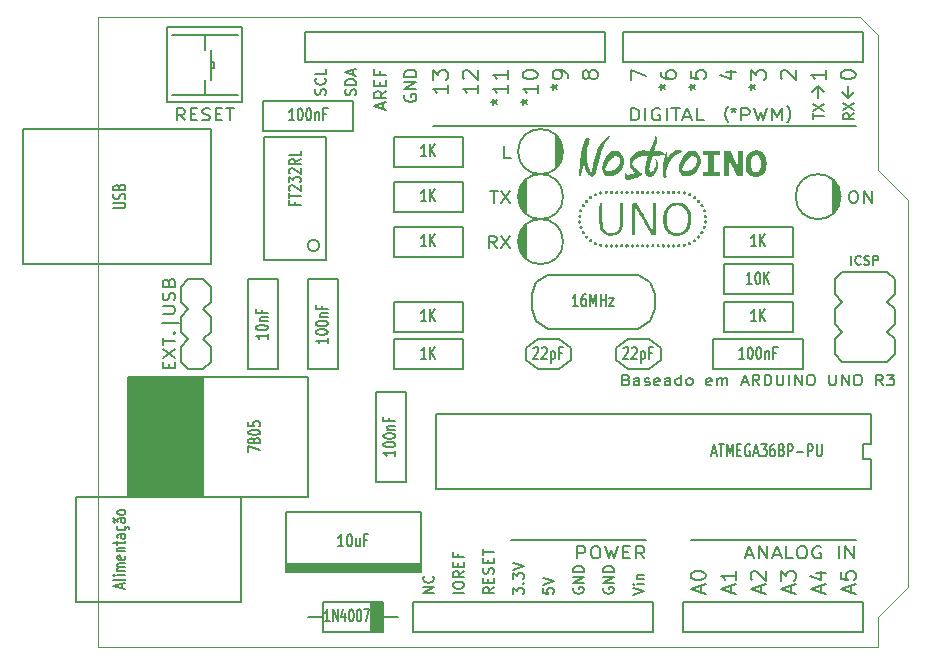
<source format=gto>
G04 (created by PCBNEW (2013-03-31 BZR 4008)-stable) date 25-01-2015 17:47:35*
%MOIN*%
G04 Gerber Fmt 3.4, Leading zero omitted, Abs format*
%FSLAX34Y34*%
G01*
G70*
G90*
G04 APERTURE LIST*
%ADD10C,0*%
%ADD11C,0.008*%
%ADD12C,0.006*%
%ADD13C,0.00787402*%
%ADD14C,0.00393701*%
%ADD15C,0.00590551*%
%ADD16C,0.0001*%
G04 APERTURE END LIST*
G54D10*
G54D11*
X36352Y-45728D02*
X36352Y-45578D01*
X36561Y-45514D02*
X36561Y-45728D01*
X36161Y-45728D01*
X36161Y-45514D01*
X36161Y-45364D02*
X36561Y-45064D01*
X36161Y-45064D02*
X36561Y-45364D01*
X36161Y-44957D02*
X36161Y-44700D01*
X36561Y-44828D02*
X36161Y-44828D01*
X36523Y-44550D02*
X36542Y-44528D01*
X36561Y-44550D01*
X36542Y-44571D01*
X36523Y-44550D01*
X36561Y-44550D01*
X36695Y-44228D02*
X36123Y-44228D01*
X36161Y-43907D02*
X36485Y-43907D01*
X36523Y-43885D01*
X36542Y-43864D01*
X36561Y-43821D01*
X36561Y-43735D01*
X36542Y-43692D01*
X36523Y-43671D01*
X36485Y-43650D01*
X36161Y-43650D01*
X36542Y-43457D02*
X36561Y-43392D01*
X36561Y-43285D01*
X36542Y-43242D01*
X36523Y-43221D01*
X36485Y-43200D01*
X36447Y-43200D01*
X36409Y-43221D01*
X36390Y-43242D01*
X36371Y-43285D01*
X36352Y-43371D01*
X36333Y-43414D01*
X36314Y-43435D01*
X36276Y-43457D01*
X36238Y-43457D01*
X36200Y-43435D01*
X36180Y-43414D01*
X36161Y-43371D01*
X36161Y-43264D01*
X36180Y-43200D01*
X36352Y-42857D02*
X36371Y-42792D01*
X36390Y-42771D01*
X36428Y-42750D01*
X36485Y-42750D01*
X36523Y-42771D01*
X36542Y-42792D01*
X36561Y-42835D01*
X36561Y-43007D01*
X36161Y-43007D01*
X36161Y-42857D01*
X36180Y-42814D01*
X36200Y-42792D01*
X36238Y-42771D01*
X36276Y-42771D01*
X36314Y-42792D01*
X36333Y-42814D01*
X36352Y-42857D01*
X36352Y-43007D01*
X36896Y-37461D02*
X36746Y-37271D01*
X36639Y-37461D02*
X36639Y-37061D01*
X36810Y-37061D01*
X36853Y-37080D01*
X36875Y-37100D01*
X36896Y-37138D01*
X36896Y-37195D01*
X36875Y-37233D01*
X36853Y-37252D01*
X36810Y-37271D01*
X36639Y-37271D01*
X37089Y-37252D02*
X37239Y-37252D01*
X37303Y-37461D02*
X37089Y-37461D01*
X37089Y-37061D01*
X37303Y-37061D01*
X37475Y-37442D02*
X37539Y-37461D01*
X37646Y-37461D01*
X37689Y-37442D01*
X37710Y-37423D01*
X37732Y-37385D01*
X37732Y-37347D01*
X37710Y-37309D01*
X37689Y-37290D01*
X37646Y-37271D01*
X37560Y-37252D01*
X37517Y-37233D01*
X37496Y-37214D01*
X37475Y-37176D01*
X37475Y-37138D01*
X37496Y-37100D01*
X37517Y-37080D01*
X37560Y-37061D01*
X37667Y-37061D01*
X37732Y-37080D01*
X37925Y-37252D02*
X38075Y-37252D01*
X38139Y-37461D02*
X37925Y-37461D01*
X37925Y-37061D01*
X38139Y-37061D01*
X38267Y-37061D02*
X38525Y-37061D01*
X38396Y-37461D02*
X38396Y-37061D01*
X59142Y-39811D02*
X59228Y-39811D01*
X59271Y-39830D01*
X59314Y-39869D01*
X59335Y-39945D01*
X59335Y-40078D01*
X59314Y-40154D01*
X59271Y-40192D01*
X59228Y-40211D01*
X59142Y-40211D01*
X59100Y-40192D01*
X59057Y-40154D01*
X59035Y-40078D01*
X59035Y-39945D01*
X59057Y-39869D01*
X59100Y-39830D01*
X59142Y-39811D01*
X59528Y-40211D02*
X59528Y-39811D01*
X59785Y-40211D01*
X59785Y-39811D01*
X47285Y-41711D02*
X47135Y-41521D01*
X47028Y-41711D02*
X47028Y-41311D01*
X47200Y-41311D01*
X47242Y-41330D01*
X47264Y-41350D01*
X47285Y-41388D01*
X47285Y-41445D01*
X47264Y-41483D01*
X47242Y-41502D01*
X47200Y-41521D01*
X47028Y-41521D01*
X47435Y-41311D02*
X47735Y-41711D01*
X47735Y-41311D02*
X47435Y-41711D01*
X47071Y-39811D02*
X47328Y-39811D01*
X47200Y-40211D02*
X47200Y-39811D01*
X47435Y-39811D02*
X47735Y-40211D01*
X47735Y-39811D02*
X47435Y-40211D01*
X47757Y-38711D02*
X47542Y-38711D01*
X47542Y-38311D01*
G54D12*
X55000Y-37525D02*
X54983Y-37508D01*
X54950Y-37458D01*
X54933Y-37425D01*
X54916Y-37375D01*
X54900Y-37291D01*
X54900Y-37225D01*
X54916Y-37141D01*
X54933Y-37091D01*
X54950Y-37058D01*
X54983Y-37008D01*
X55000Y-36991D01*
X55183Y-37041D02*
X55183Y-37125D01*
X55100Y-37091D02*
X55183Y-37125D01*
X55266Y-37091D01*
X55133Y-37191D02*
X55183Y-37125D01*
X55233Y-37191D01*
X56966Y-37525D02*
X56983Y-37508D01*
X57016Y-37458D01*
X57033Y-37425D01*
X57050Y-37375D01*
X57066Y-37291D01*
X57066Y-37225D01*
X57050Y-37141D01*
X57033Y-37091D01*
X57016Y-37058D01*
X56983Y-37008D01*
X56966Y-36991D01*
G54D11*
X51764Y-37461D02*
X51764Y-37061D01*
X51878Y-37061D01*
X51947Y-37080D01*
X51992Y-37119D01*
X52015Y-37157D01*
X52038Y-37233D01*
X52038Y-37290D01*
X52015Y-37366D01*
X51992Y-37404D01*
X51947Y-37442D01*
X51878Y-37461D01*
X51764Y-37461D01*
X52244Y-37461D02*
X52244Y-37061D01*
X52724Y-37080D02*
X52678Y-37061D01*
X52610Y-37061D01*
X52541Y-37080D01*
X52495Y-37119D01*
X52472Y-37157D01*
X52450Y-37233D01*
X52450Y-37290D01*
X52472Y-37366D01*
X52495Y-37404D01*
X52541Y-37442D01*
X52610Y-37461D01*
X52655Y-37461D01*
X52724Y-37442D01*
X52747Y-37423D01*
X52747Y-37290D01*
X52655Y-37290D01*
X52952Y-37461D02*
X52952Y-37061D01*
X53112Y-37061D02*
X53387Y-37061D01*
X53249Y-37461D02*
X53249Y-37061D01*
X53524Y-37347D02*
X53752Y-37347D01*
X53478Y-37461D02*
X53638Y-37061D01*
X53798Y-37461D01*
X54187Y-37461D02*
X53958Y-37461D01*
X53958Y-37061D01*
X55444Y-37461D02*
X55444Y-37061D01*
X55627Y-37061D01*
X55672Y-37080D01*
X55695Y-37100D01*
X55718Y-37138D01*
X55718Y-37195D01*
X55695Y-37233D01*
X55672Y-37252D01*
X55627Y-37271D01*
X55444Y-37271D01*
X55878Y-37061D02*
X55992Y-37461D01*
X56084Y-37176D01*
X56175Y-37461D01*
X56289Y-37061D01*
X56472Y-37461D02*
X56472Y-37061D01*
X56632Y-37347D01*
X56792Y-37061D01*
X56792Y-37461D01*
G54D12*
X47111Y-36852D02*
X47207Y-36852D01*
X47169Y-36947D02*
X47207Y-36852D01*
X47169Y-36757D01*
X47283Y-36909D02*
X47207Y-36852D01*
X47283Y-36795D01*
X48111Y-36852D02*
X48207Y-36852D01*
X48169Y-36947D02*
X48207Y-36852D01*
X48169Y-36757D01*
X48283Y-36909D02*
X48207Y-36852D01*
X48283Y-36795D01*
X49111Y-36352D02*
X49207Y-36352D01*
X49169Y-36447D02*
X49207Y-36352D01*
X49169Y-36257D01*
X49283Y-36409D02*
X49207Y-36352D01*
X49283Y-36295D01*
X52711Y-36352D02*
X52807Y-36352D01*
X52769Y-36447D02*
X52807Y-36352D01*
X52769Y-36257D01*
X52883Y-36409D02*
X52807Y-36352D01*
X52883Y-36295D01*
X53711Y-36352D02*
X53807Y-36352D01*
X53769Y-36447D02*
X53807Y-36352D01*
X53769Y-36257D01*
X53883Y-36409D02*
X53807Y-36352D01*
X53883Y-36295D01*
X55711Y-36352D02*
X55807Y-36352D01*
X55769Y-36447D02*
X55807Y-36352D01*
X55769Y-36257D01*
X55883Y-36409D02*
X55807Y-36352D01*
X55883Y-36295D01*
X59000Y-36300D02*
X59000Y-36700D01*
X59200Y-36500D02*
X59000Y-36700D01*
X58800Y-36500D02*
X59000Y-36700D01*
X58000Y-36300D02*
X58200Y-36500D01*
X58000Y-36300D02*
X57800Y-36500D01*
X58000Y-36300D02*
X58000Y-36700D01*
X45191Y-53216D02*
X44841Y-53216D01*
X45191Y-53016D01*
X44841Y-53016D01*
X45158Y-52650D02*
X45175Y-52666D01*
X45191Y-52716D01*
X45191Y-52750D01*
X45175Y-52800D01*
X45141Y-52833D01*
X45108Y-52850D01*
X45041Y-52866D01*
X44991Y-52866D01*
X44925Y-52850D01*
X44891Y-52833D01*
X44858Y-52800D01*
X44841Y-52750D01*
X44841Y-52716D01*
X44858Y-52666D01*
X44875Y-52650D01*
G54D11*
X49968Y-52061D02*
X49968Y-51661D01*
X50151Y-51661D01*
X50197Y-51680D01*
X50220Y-51700D01*
X50242Y-51738D01*
X50242Y-51795D01*
X50220Y-51833D01*
X50197Y-51852D01*
X50151Y-51871D01*
X49968Y-51871D01*
X50540Y-51661D02*
X50631Y-51661D01*
X50677Y-51680D01*
X50722Y-51719D01*
X50745Y-51795D01*
X50745Y-51928D01*
X50722Y-52004D01*
X50677Y-52042D01*
X50631Y-52061D01*
X50540Y-52061D01*
X50494Y-52042D01*
X50448Y-52004D01*
X50425Y-51928D01*
X50425Y-51795D01*
X50448Y-51719D01*
X50494Y-51680D01*
X50540Y-51661D01*
X50905Y-51661D02*
X51020Y-52061D01*
X51111Y-51776D01*
X51202Y-52061D01*
X51317Y-51661D01*
X51500Y-51852D02*
X51660Y-51852D01*
X51728Y-52061D02*
X51500Y-52061D01*
X51500Y-51661D01*
X51728Y-51661D01*
X52208Y-52061D02*
X52048Y-51871D01*
X51934Y-52061D02*
X51934Y-51661D01*
X52117Y-51661D01*
X52162Y-51680D01*
X52185Y-51700D01*
X52208Y-51738D01*
X52208Y-51795D01*
X52185Y-51833D01*
X52162Y-51852D01*
X52117Y-51871D01*
X51934Y-51871D01*
X55597Y-51947D02*
X55825Y-51947D01*
X55551Y-52061D02*
X55711Y-51661D01*
X55871Y-52061D01*
X56031Y-52061D02*
X56031Y-51661D01*
X56305Y-52061D01*
X56305Y-51661D01*
X56511Y-51947D02*
X56740Y-51947D01*
X56465Y-52061D02*
X56625Y-51661D01*
X56785Y-52061D01*
X57174Y-52061D02*
X56945Y-52061D01*
X56945Y-51661D01*
X57425Y-51661D02*
X57517Y-51661D01*
X57562Y-51680D01*
X57608Y-51719D01*
X57631Y-51795D01*
X57631Y-51928D01*
X57608Y-52004D01*
X57562Y-52042D01*
X57517Y-52061D01*
X57425Y-52061D01*
X57380Y-52042D01*
X57334Y-52004D01*
X57311Y-51928D01*
X57311Y-51795D01*
X57334Y-51719D01*
X57380Y-51680D01*
X57425Y-51661D01*
X58088Y-51680D02*
X58042Y-51661D01*
X57974Y-51661D01*
X57905Y-51680D01*
X57860Y-51719D01*
X57837Y-51757D01*
X57814Y-51833D01*
X57814Y-51890D01*
X57837Y-51966D01*
X57860Y-52004D01*
X57905Y-52042D01*
X57974Y-52061D01*
X58020Y-52061D01*
X58088Y-52042D01*
X58111Y-52023D01*
X58111Y-51890D01*
X58020Y-51890D01*
X58682Y-52061D02*
X58682Y-51661D01*
X58911Y-52061D02*
X58911Y-51661D01*
X59185Y-52061D01*
X59185Y-51661D01*
G54D12*
X46191Y-53216D02*
X45841Y-53216D01*
X45841Y-52983D02*
X45841Y-52916D01*
X45858Y-52883D01*
X45891Y-52850D01*
X45958Y-52833D01*
X46075Y-52833D01*
X46141Y-52850D01*
X46175Y-52883D01*
X46191Y-52916D01*
X46191Y-52983D01*
X46175Y-53016D01*
X46141Y-53050D01*
X46075Y-53066D01*
X45958Y-53066D01*
X45891Y-53050D01*
X45858Y-53016D01*
X45841Y-52983D01*
X46191Y-52483D02*
X46025Y-52600D01*
X46191Y-52683D02*
X45841Y-52683D01*
X45841Y-52550D01*
X45858Y-52516D01*
X45875Y-52500D01*
X45908Y-52483D01*
X45958Y-52483D01*
X45991Y-52500D01*
X46008Y-52516D01*
X46025Y-52550D01*
X46025Y-52683D01*
X46008Y-52333D02*
X46008Y-52216D01*
X46191Y-52166D02*
X46191Y-52333D01*
X45841Y-52333D01*
X45841Y-52166D01*
X46008Y-51900D02*
X46008Y-52016D01*
X46191Y-52016D02*
X45841Y-52016D01*
X45841Y-51850D01*
X47191Y-53016D02*
X47025Y-53133D01*
X47191Y-53216D02*
X46841Y-53216D01*
X46841Y-53083D01*
X46858Y-53050D01*
X46875Y-53033D01*
X46908Y-53016D01*
X46958Y-53016D01*
X46991Y-53033D01*
X47008Y-53050D01*
X47025Y-53083D01*
X47025Y-53216D01*
X47008Y-52866D02*
X47008Y-52750D01*
X47191Y-52700D02*
X47191Y-52866D01*
X46841Y-52866D01*
X46841Y-52700D01*
X47175Y-52566D02*
X47191Y-52516D01*
X47191Y-52433D01*
X47175Y-52400D01*
X47158Y-52383D01*
X47125Y-52366D01*
X47091Y-52366D01*
X47058Y-52383D01*
X47041Y-52400D01*
X47025Y-52433D01*
X47008Y-52500D01*
X46991Y-52533D01*
X46975Y-52550D01*
X46941Y-52566D01*
X46908Y-52566D01*
X46875Y-52550D01*
X46858Y-52533D01*
X46841Y-52500D01*
X46841Y-52416D01*
X46858Y-52366D01*
X47008Y-52216D02*
X47008Y-52100D01*
X47191Y-52050D02*
X47191Y-52216D01*
X46841Y-52216D01*
X46841Y-52050D01*
X46841Y-51950D02*
X46841Y-51750D01*
X47191Y-51850D02*
X46841Y-51850D01*
X47841Y-53250D02*
X47841Y-53033D01*
X47975Y-53150D01*
X47975Y-53100D01*
X47991Y-53066D01*
X48008Y-53050D01*
X48041Y-53033D01*
X48125Y-53033D01*
X48158Y-53050D01*
X48175Y-53066D01*
X48191Y-53100D01*
X48191Y-53200D01*
X48175Y-53233D01*
X48158Y-53250D01*
X48158Y-52883D02*
X48175Y-52866D01*
X48191Y-52883D01*
X48175Y-52900D01*
X48158Y-52883D01*
X48191Y-52883D01*
X47841Y-52750D02*
X47841Y-52533D01*
X47975Y-52650D01*
X47975Y-52600D01*
X47991Y-52566D01*
X48008Y-52550D01*
X48041Y-52533D01*
X48125Y-52533D01*
X48158Y-52550D01*
X48175Y-52566D01*
X48191Y-52600D01*
X48191Y-52700D01*
X48175Y-52733D01*
X48158Y-52750D01*
X47841Y-52433D02*
X48191Y-52316D01*
X47841Y-52200D01*
X48841Y-53050D02*
X48841Y-53216D01*
X49008Y-53233D01*
X48991Y-53216D01*
X48975Y-53183D01*
X48975Y-53100D01*
X48991Y-53066D01*
X49008Y-53050D01*
X49041Y-53033D01*
X49125Y-53033D01*
X49158Y-53050D01*
X49175Y-53066D01*
X49191Y-53100D01*
X49191Y-53183D01*
X49175Y-53216D01*
X49158Y-53233D01*
X48841Y-52933D02*
X49191Y-52816D01*
X48841Y-52700D01*
X49858Y-53033D02*
X49841Y-53066D01*
X49841Y-53116D01*
X49858Y-53166D01*
X49891Y-53200D01*
X49925Y-53216D01*
X49991Y-53233D01*
X50041Y-53233D01*
X50108Y-53216D01*
X50141Y-53200D01*
X50175Y-53166D01*
X50191Y-53116D01*
X50191Y-53083D01*
X50175Y-53033D01*
X50158Y-53016D01*
X50041Y-53016D01*
X50041Y-53083D01*
X50191Y-52866D02*
X49841Y-52866D01*
X50191Y-52666D01*
X49841Y-52666D01*
X50191Y-52500D02*
X49841Y-52500D01*
X49841Y-52416D01*
X49858Y-52366D01*
X49891Y-52333D01*
X49925Y-52316D01*
X49991Y-52300D01*
X50041Y-52300D01*
X50108Y-52316D01*
X50141Y-52333D01*
X50175Y-52366D01*
X50191Y-52416D01*
X50191Y-52500D01*
X50858Y-53033D02*
X50841Y-53066D01*
X50841Y-53116D01*
X50858Y-53166D01*
X50891Y-53200D01*
X50925Y-53216D01*
X50991Y-53233D01*
X51041Y-53233D01*
X51108Y-53216D01*
X51141Y-53200D01*
X51175Y-53166D01*
X51191Y-53116D01*
X51191Y-53083D01*
X51175Y-53033D01*
X51158Y-53016D01*
X51041Y-53016D01*
X51041Y-53083D01*
X51191Y-52866D02*
X50841Y-52866D01*
X51191Y-52666D01*
X50841Y-52666D01*
X51191Y-52500D02*
X50841Y-52500D01*
X50841Y-52416D01*
X50858Y-52366D01*
X50891Y-52333D01*
X50925Y-52316D01*
X50991Y-52300D01*
X51041Y-52300D01*
X51108Y-52316D01*
X51141Y-52333D01*
X51175Y-52366D01*
X51191Y-52416D01*
X51191Y-52500D01*
X51841Y-53266D02*
X52191Y-53150D01*
X51841Y-53033D01*
X52191Y-52916D02*
X51958Y-52916D01*
X51841Y-52916D02*
X51858Y-52933D01*
X51875Y-52916D01*
X51858Y-52900D01*
X51841Y-52916D01*
X51875Y-52916D01*
X51958Y-52750D02*
X52191Y-52750D01*
X51991Y-52750D02*
X51975Y-52733D01*
X51958Y-52700D01*
X51958Y-52650D01*
X51975Y-52616D01*
X52008Y-52600D01*
X52191Y-52600D01*
G54D11*
X54109Y-53204D02*
X54109Y-52966D01*
X54252Y-53252D02*
X53752Y-53085D01*
X54252Y-52919D01*
X53752Y-52657D02*
X53752Y-52609D01*
X53776Y-52561D01*
X53800Y-52538D01*
X53847Y-52514D01*
X53942Y-52490D01*
X54061Y-52490D01*
X54157Y-52514D01*
X54204Y-52538D01*
X54228Y-52561D01*
X54252Y-52609D01*
X54252Y-52657D01*
X54228Y-52704D01*
X54204Y-52728D01*
X54157Y-52752D01*
X54061Y-52776D01*
X53942Y-52776D01*
X53847Y-52752D01*
X53800Y-52728D01*
X53776Y-52704D01*
X53752Y-52657D01*
X55109Y-53204D02*
X55109Y-52966D01*
X55252Y-53252D02*
X54752Y-53085D01*
X55252Y-52919D01*
X55252Y-52490D02*
X55252Y-52776D01*
X55252Y-52633D02*
X54752Y-52633D01*
X54823Y-52680D01*
X54871Y-52728D01*
X54895Y-52776D01*
X56109Y-53204D02*
X56109Y-52966D01*
X56252Y-53252D02*
X55752Y-53085D01*
X56252Y-52919D01*
X55800Y-52776D02*
X55776Y-52752D01*
X55752Y-52704D01*
X55752Y-52585D01*
X55776Y-52538D01*
X55800Y-52514D01*
X55847Y-52490D01*
X55895Y-52490D01*
X55966Y-52514D01*
X56252Y-52800D01*
X56252Y-52490D01*
X57109Y-53204D02*
X57109Y-52966D01*
X57252Y-53252D02*
X56752Y-53085D01*
X57252Y-52919D01*
X56752Y-52800D02*
X56752Y-52490D01*
X56942Y-52657D01*
X56942Y-52585D01*
X56966Y-52538D01*
X56990Y-52514D01*
X57038Y-52490D01*
X57157Y-52490D01*
X57204Y-52514D01*
X57228Y-52538D01*
X57252Y-52585D01*
X57252Y-52728D01*
X57228Y-52776D01*
X57204Y-52800D01*
X58109Y-53204D02*
X58109Y-52966D01*
X58252Y-53252D02*
X57752Y-53085D01*
X58252Y-52919D01*
X57919Y-52538D02*
X58252Y-52538D01*
X57728Y-52657D02*
X58085Y-52776D01*
X58085Y-52466D01*
X59109Y-53204D02*
X59109Y-52966D01*
X59252Y-53252D02*
X58752Y-53085D01*
X59252Y-52919D01*
X58752Y-52514D02*
X58752Y-52752D01*
X58990Y-52776D01*
X58966Y-52752D01*
X58942Y-52704D01*
X58942Y-52585D01*
X58966Y-52538D01*
X58990Y-52514D01*
X59038Y-52490D01*
X59157Y-52490D01*
X59204Y-52514D01*
X59228Y-52538D01*
X59252Y-52585D01*
X59252Y-52704D01*
X59228Y-52752D01*
X59204Y-52776D01*
X51609Y-46108D02*
X51666Y-46125D01*
X51685Y-46141D01*
X51704Y-46175D01*
X51704Y-46225D01*
X51685Y-46258D01*
X51666Y-46275D01*
X51628Y-46291D01*
X51476Y-46291D01*
X51476Y-45941D01*
X51609Y-45941D01*
X51647Y-45958D01*
X51666Y-45975D01*
X51685Y-46008D01*
X51685Y-46041D01*
X51666Y-46075D01*
X51647Y-46091D01*
X51609Y-46108D01*
X51476Y-46108D01*
X52047Y-46291D02*
X52047Y-46108D01*
X52028Y-46075D01*
X51990Y-46058D01*
X51914Y-46058D01*
X51876Y-46075D01*
X52047Y-46275D02*
X52009Y-46291D01*
X51914Y-46291D01*
X51876Y-46275D01*
X51857Y-46241D01*
X51857Y-46208D01*
X51876Y-46175D01*
X51914Y-46158D01*
X52009Y-46158D01*
X52047Y-46141D01*
X52219Y-46275D02*
X52257Y-46291D01*
X52333Y-46291D01*
X52371Y-46275D01*
X52390Y-46241D01*
X52390Y-46225D01*
X52371Y-46191D01*
X52333Y-46175D01*
X52276Y-46175D01*
X52238Y-46158D01*
X52219Y-46125D01*
X52219Y-46108D01*
X52238Y-46075D01*
X52276Y-46058D01*
X52333Y-46058D01*
X52371Y-46075D01*
X52714Y-46275D02*
X52676Y-46291D01*
X52600Y-46291D01*
X52561Y-46275D01*
X52542Y-46241D01*
X52542Y-46108D01*
X52561Y-46075D01*
X52600Y-46058D01*
X52676Y-46058D01*
X52714Y-46075D01*
X52733Y-46108D01*
X52733Y-46141D01*
X52542Y-46175D01*
X53076Y-46291D02*
X53076Y-46108D01*
X53057Y-46075D01*
X53019Y-46058D01*
X52942Y-46058D01*
X52904Y-46075D01*
X53076Y-46275D02*
X53038Y-46291D01*
X52942Y-46291D01*
X52904Y-46275D01*
X52885Y-46241D01*
X52885Y-46208D01*
X52904Y-46175D01*
X52942Y-46158D01*
X53038Y-46158D01*
X53076Y-46141D01*
X53438Y-46291D02*
X53438Y-45941D01*
X53438Y-46275D02*
X53400Y-46291D01*
X53323Y-46291D01*
X53285Y-46275D01*
X53266Y-46258D01*
X53247Y-46225D01*
X53247Y-46125D01*
X53266Y-46091D01*
X53285Y-46075D01*
X53323Y-46058D01*
X53400Y-46058D01*
X53438Y-46075D01*
X53685Y-46291D02*
X53647Y-46275D01*
X53628Y-46258D01*
X53609Y-46225D01*
X53609Y-46125D01*
X53628Y-46091D01*
X53647Y-46075D01*
X53685Y-46058D01*
X53742Y-46058D01*
X53780Y-46075D01*
X53800Y-46091D01*
X53819Y-46125D01*
X53819Y-46225D01*
X53800Y-46258D01*
X53780Y-46275D01*
X53742Y-46291D01*
X53685Y-46291D01*
X54447Y-46275D02*
X54409Y-46291D01*
X54333Y-46291D01*
X54295Y-46275D01*
X54276Y-46241D01*
X54276Y-46108D01*
X54295Y-46075D01*
X54333Y-46058D01*
X54409Y-46058D01*
X54447Y-46075D01*
X54466Y-46108D01*
X54466Y-46141D01*
X54276Y-46175D01*
X54638Y-46291D02*
X54638Y-46058D01*
X54638Y-46091D02*
X54657Y-46075D01*
X54695Y-46058D01*
X54752Y-46058D01*
X54790Y-46075D01*
X54809Y-46108D01*
X54809Y-46291D01*
X54809Y-46108D02*
X54828Y-46075D01*
X54866Y-46058D01*
X54923Y-46058D01*
X54961Y-46075D01*
X54980Y-46108D01*
X54980Y-46291D01*
X55457Y-46191D02*
X55647Y-46191D01*
X55419Y-46291D02*
X55552Y-45941D01*
X55685Y-46291D01*
X56047Y-46291D02*
X55914Y-46125D01*
X55819Y-46291D02*
X55819Y-45941D01*
X55971Y-45941D01*
X56009Y-45958D01*
X56028Y-45975D01*
X56047Y-46008D01*
X56047Y-46058D01*
X56028Y-46091D01*
X56009Y-46108D01*
X55971Y-46125D01*
X55819Y-46125D01*
X56219Y-46291D02*
X56219Y-45941D01*
X56314Y-45941D01*
X56371Y-45958D01*
X56409Y-45991D01*
X56428Y-46025D01*
X56447Y-46091D01*
X56447Y-46141D01*
X56428Y-46208D01*
X56409Y-46241D01*
X56371Y-46275D01*
X56314Y-46291D01*
X56219Y-46291D01*
X56619Y-45941D02*
X56619Y-46225D01*
X56638Y-46258D01*
X56657Y-46275D01*
X56695Y-46291D01*
X56771Y-46291D01*
X56809Y-46275D01*
X56828Y-46258D01*
X56847Y-46225D01*
X56847Y-45941D01*
X57038Y-46291D02*
X57038Y-45941D01*
X57228Y-46291D02*
X57228Y-45941D01*
X57457Y-46291D01*
X57457Y-45941D01*
X57723Y-45941D02*
X57800Y-45941D01*
X57838Y-45958D01*
X57876Y-45991D01*
X57895Y-46058D01*
X57895Y-46175D01*
X57876Y-46241D01*
X57838Y-46275D01*
X57800Y-46291D01*
X57723Y-46291D01*
X57685Y-46275D01*
X57647Y-46241D01*
X57628Y-46175D01*
X57628Y-46058D01*
X57647Y-45991D01*
X57685Y-45958D01*
X57723Y-45941D01*
X58371Y-45941D02*
X58371Y-46225D01*
X58390Y-46258D01*
X58409Y-46275D01*
X58447Y-46291D01*
X58523Y-46291D01*
X58561Y-46275D01*
X58580Y-46258D01*
X58600Y-46225D01*
X58600Y-45941D01*
X58790Y-46291D02*
X58790Y-45941D01*
X59019Y-46291D01*
X59019Y-45941D01*
X59285Y-45941D02*
X59361Y-45941D01*
X59400Y-45958D01*
X59438Y-45991D01*
X59457Y-46058D01*
X59457Y-46175D01*
X59438Y-46241D01*
X59400Y-46275D01*
X59361Y-46291D01*
X59285Y-46291D01*
X59247Y-46275D01*
X59209Y-46241D01*
X59190Y-46175D01*
X59190Y-46058D01*
X59209Y-45991D01*
X59247Y-45958D01*
X59285Y-45941D01*
X60161Y-46291D02*
X60028Y-46125D01*
X59933Y-46291D02*
X59933Y-45941D01*
X60085Y-45941D01*
X60123Y-45958D01*
X60142Y-45975D01*
X60161Y-46008D01*
X60161Y-46058D01*
X60142Y-46091D01*
X60123Y-46108D01*
X60085Y-46125D01*
X59933Y-46125D01*
X60295Y-45941D02*
X60542Y-45941D01*
X60409Y-46075D01*
X60466Y-46075D01*
X60504Y-46091D01*
X60523Y-46108D01*
X60542Y-46141D01*
X60542Y-46225D01*
X60523Y-46258D01*
X60504Y-46275D01*
X60466Y-46291D01*
X60352Y-46291D01*
X60314Y-46275D01*
X60295Y-46258D01*
G54D12*
X41575Y-36600D02*
X41591Y-36550D01*
X41591Y-36466D01*
X41575Y-36433D01*
X41558Y-36416D01*
X41525Y-36400D01*
X41491Y-36400D01*
X41458Y-36416D01*
X41441Y-36433D01*
X41425Y-36466D01*
X41408Y-36533D01*
X41391Y-36566D01*
X41375Y-36583D01*
X41341Y-36600D01*
X41308Y-36600D01*
X41275Y-36583D01*
X41258Y-36566D01*
X41241Y-36533D01*
X41241Y-36450D01*
X41258Y-36400D01*
X41558Y-36050D02*
X41575Y-36066D01*
X41591Y-36116D01*
X41591Y-36150D01*
X41575Y-36200D01*
X41541Y-36233D01*
X41508Y-36250D01*
X41441Y-36266D01*
X41391Y-36266D01*
X41325Y-36250D01*
X41291Y-36233D01*
X41258Y-36200D01*
X41241Y-36150D01*
X41241Y-36116D01*
X41258Y-36066D01*
X41275Y-36050D01*
X41591Y-35733D02*
X41591Y-35900D01*
X41241Y-35900D01*
X42575Y-36616D02*
X42591Y-36566D01*
X42591Y-36483D01*
X42575Y-36450D01*
X42558Y-36433D01*
X42525Y-36416D01*
X42491Y-36416D01*
X42458Y-36433D01*
X42441Y-36450D01*
X42425Y-36483D01*
X42408Y-36550D01*
X42391Y-36583D01*
X42375Y-36600D01*
X42341Y-36616D01*
X42308Y-36616D01*
X42275Y-36600D01*
X42258Y-36583D01*
X42241Y-36550D01*
X42241Y-36466D01*
X42258Y-36416D01*
X42591Y-36266D02*
X42241Y-36266D01*
X42241Y-36183D01*
X42258Y-36133D01*
X42291Y-36100D01*
X42325Y-36083D01*
X42391Y-36066D01*
X42441Y-36066D01*
X42508Y-36083D01*
X42541Y-36100D01*
X42575Y-36133D01*
X42591Y-36183D01*
X42591Y-36266D01*
X42491Y-35933D02*
X42491Y-35766D01*
X42591Y-35966D02*
X42241Y-35850D01*
X42591Y-35733D01*
X59191Y-37216D02*
X59025Y-37333D01*
X59191Y-37416D02*
X58841Y-37416D01*
X58841Y-37283D01*
X58858Y-37250D01*
X58875Y-37233D01*
X58908Y-37216D01*
X58958Y-37216D01*
X58991Y-37233D01*
X59008Y-37250D01*
X59025Y-37283D01*
X59025Y-37416D01*
X58841Y-37100D02*
X59191Y-36866D01*
X58841Y-36866D02*
X59191Y-37100D01*
X57841Y-37416D02*
X57841Y-37216D01*
X58191Y-37316D02*
X57841Y-37316D01*
X57841Y-37133D02*
X58191Y-36900D01*
X57841Y-36900D02*
X58191Y-37133D01*
G54D11*
X58752Y-35961D02*
X58752Y-35914D01*
X58776Y-35866D01*
X58800Y-35842D01*
X58847Y-35819D01*
X58942Y-35795D01*
X59061Y-35795D01*
X59157Y-35819D01*
X59204Y-35842D01*
X59228Y-35866D01*
X59252Y-35914D01*
X59252Y-35961D01*
X59228Y-36009D01*
X59204Y-36033D01*
X59157Y-36057D01*
X59061Y-36080D01*
X58942Y-36080D01*
X58847Y-36057D01*
X58800Y-36033D01*
X58776Y-36009D01*
X58752Y-35961D01*
X58252Y-35795D02*
X58252Y-36080D01*
X58252Y-35938D02*
X57752Y-35938D01*
X57823Y-35985D01*
X57871Y-36033D01*
X57895Y-36080D01*
X56800Y-36080D02*
X56776Y-36057D01*
X56752Y-36009D01*
X56752Y-35890D01*
X56776Y-35842D01*
X56800Y-35819D01*
X56847Y-35795D01*
X56895Y-35795D01*
X56966Y-35819D01*
X57252Y-36104D01*
X57252Y-35795D01*
X55752Y-36104D02*
X55752Y-35795D01*
X55942Y-35961D01*
X55942Y-35890D01*
X55966Y-35842D01*
X55990Y-35819D01*
X56038Y-35795D01*
X56157Y-35795D01*
X56204Y-35819D01*
X56228Y-35842D01*
X56252Y-35890D01*
X56252Y-36033D01*
X56228Y-36080D01*
X56204Y-36104D01*
X54919Y-35842D02*
X55252Y-35842D01*
X54728Y-35961D02*
X55085Y-36080D01*
X55085Y-35771D01*
X53752Y-35819D02*
X53752Y-36057D01*
X53990Y-36080D01*
X53966Y-36057D01*
X53942Y-36009D01*
X53942Y-35890D01*
X53966Y-35842D01*
X53990Y-35819D01*
X54038Y-35795D01*
X54157Y-35795D01*
X54204Y-35819D01*
X54228Y-35842D01*
X54252Y-35890D01*
X54252Y-36009D01*
X54228Y-36057D01*
X54204Y-36080D01*
X52752Y-35842D02*
X52752Y-35938D01*
X52776Y-35985D01*
X52800Y-36009D01*
X52871Y-36057D01*
X52966Y-36080D01*
X53157Y-36080D01*
X53204Y-36057D01*
X53228Y-36033D01*
X53252Y-35985D01*
X53252Y-35890D01*
X53228Y-35842D01*
X53204Y-35819D01*
X53157Y-35795D01*
X53038Y-35795D01*
X52990Y-35819D01*
X52966Y-35842D01*
X52942Y-35890D01*
X52942Y-35985D01*
X52966Y-36033D01*
X52990Y-36057D01*
X53038Y-36080D01*
X51752Y-36104D02*
X51752Y-35771D01*
X52252Y-35985D01*
X50366Y-35985D02*
X50342Y-36033D01*
X50319Y-36057D01*
X50271Y-36080D01*
X50247Y-36080D01*
X50200Y-36057D01*
X50176Y-36033D01*
X50152Y-35985D01*
X50152Y-35890D01*
X50176Y-35842D01*
X50200Y-35819D01*
X50247Y-35795D01*
X50271Y-35795D01*
X50319Y-35819D01*
X50342Y-35842D01*
X50366Y-35890D01*
X50366Y-35985D01*
X50390Y-36033D01*
X50414Y-36057D01*
X50461Y-36080D01*
X50557Y-36080D01*
X50604Y-36057D01*
X50628Y-36033D01*
X50652Y-35985D01*
X50652Y-35890D01*
X50628Y-35842D01*
X50604Y-35819D01*
X50557Y-35795D01*
X50461Y-35795D01*
X50414Y-35819D01*
X50390Y-35842D01*
X50366Y-35890D01*
X49652Y-36033D02*
X49652Y-35938D01*
X49628Y-35890D01*
X49604Y-35866D01*
X49533Y-35819D01*
X49438Y-35795D01*
X49247Y-35795D01*
X49200Y-35819D01*
X49176Y-35842D01*
X49152Y-35890D01*
X49152Y-35985D01*
X49176Y-36033D01*
X49200Y-36057D01*
X49247Y-36080D01*
X49366Y-36080D01*
X49414Y-36057D01*
X49438Y-36033D01*
X49461Y-35985D01*
X49461Y-35890D01*
X49438Y-35842D01*
X49414Y-35819D01*
X49366Y-35795D01*
X48652Y-36271D02*
X48652Y-36557D01*
X48652Y-36414D02*
X48152Y-36414D01*
X48223Y-36461D01*
X48271Y-36509D01*
X48295Y-36557D01*
X48152Y-35961D02*
X48152Y-35914D01*
X48176Y-35866D01*
X48200Y-35842D01*
X48247Y-35819D01*
X48342Y-35795D01*
X48461Y-35795D01*
X48557Y-35819D01*
X48604Y-35842D01*
X48628Y-35866D01*
X48652Y-35914D01*
X48652Y-35961D01*
X48628Y-36009D01*
X48604Y-36033D01*
X48557Y-36057D01*
X48461Y-36080D01*
X48342Y-36080D01*
X48247Y-36057D01*
X48200Y-36033D01*
X48176Y-36009D01*
X48152Y-35961D01*
X47652Y-36271D02*
X47652Y-36557D01*
X47652Y-36414D02*
X47152Y-36414D01*
X47223Y-36461D01*
X47271Y-36509D01*
X47295Y-36557D01*
X47652Y-35795D02*
X47652Y-36080D01*
X47652Y-35938D02*
X47152Y-35938D01*
X47223Y-35985D01*
X47271Y-36033D01*
X47295Y-36080D01*
X46652Y-36271D02*
X46652Y-36557D01*
X46652Y-36414D02*
X46152Y-36414D01*
X46223Y-36461D01*
X46271Y-36509D01*
X46295Y-36557D01*
X46200Y-36080D02*
X46176Y-36057D01*
X46152Y-36009D01*
X46152Y-35890D01*
X46176Y-35842D01*
X46200Y-35819D01*
X46247Y-35795D01*
X46295Y-35795D01*
X46366Y-35819D01*
X46652Y-36104D01*
X46652Y-35795D01*
X45652Y-36271D02*
X45652Y-36557D01*
X45652Y-36414D02*
X45152Y-36414D01*
X45223Y-36461D01*
X45271Y-36509D01*
X45295Y-36557D01*
X45152Y-36104D02*
X45152Y-35795D01*
X45342Y-35961D01*
X45342Y-35890D01*
X45366Y-35842D01*
X45390Y-35819D01*
X45438Y-35795D01*
X45557Y-35795D01*
X45604Y-35819D01*
X45628Y-35842D01*
X45652Y-35890D01*
X45652Y-36033D01*
X45628Y-36080D01*
X45604Y-36104D01*
X44230Y-36614D02*
X44211Y-36652D01*
X44211Y-36709D01*
X44230Y-36766D01*
X44269Y-36804D01*
X44307Y-36823D01*
X44383Y-36842D01*
X44440Y-36842D01*
X44516Y-36823D01*
X44554Y-36804D01*
X44592Y-36766D01*
X44611Y-36709D01*
X44611Y-36671D01*
X44592Y-36614D01*
X44573Y-36595D01*
X44440Y-36595D01*
X44440Y-36671D01*
X44611Y-36423D02*
X44211Y-36423D01*
X44611Y-36195D01*
X44211Y-36195D01*
X44611Y-36004D02*
X44211Y-36004D01*
X44211Y-35909D01*
X44230Y-35852D01*
X44269Y-35814D01*
X44307Y-35795D01*
X44383Y-35776D01*
X44440Y-35776D01*
X44516Y-35795D01*
X44554Y-35814D01*
X44592Y-35852D01*
X44611Y-35909D01*
X44611Y-36004D01*
X43497Y-37071D02*
X43497Y-36880D01*
X43611Y-37109D02*
X43211Y-36976D01*
X43611Y-36842D01*
X43611Y-36480D02*
X43421Y-36614D01*
X43611Y-36709D02*
X43211Y-36709D01*
X43211Y-36557D01*
X43230Y-36519D01*
X43250Y-36500D01*
X43288Y-36480D01*
X43345Y-36480D01*
X43383Y-36500D01*
X43402Y-36519D01*
X43421Y-36557D01*
X43421Y-36709D01*
X43402Y-36309D02*
X43402Y-36176D01*
X43611Y-36119D02*
X43611Y-36309D01*
X43211Y-36309D01*
X43211Y-36119D01*
X43402Y-35814D02*
X43402Y-35947D01*
X43611Y-35947D02*
X43211Y-35947D01*
X43211Y-35757D01*
G54D13*
X59250Y-37650D02*
X45150Y-37650D01*
X52250Y-51450D02*
X47750Y-51450D01*
X59250Y-51450D02*
X53750Y-51450D01*
G54D14*
X34000Y-34000D02*
X34000Y-55000D01*
X59400Y-34000D02*
X34000Y-34000D01*
X60000Y-34600D02*
X59400Y-34000D01*
X60000Y-39100D02*
X60000Y-34600D01*
X61000Y-40100D02*
X60000Y-39100D01*
X61000Y-53000D02*
X61000Y-40100D01*
X60000Y-54000D02*
X61000Y-53000D01*
X60000Y-55000D02*
X60000Y-54000D01*
X34000Y-55000D02*
X60000Y-55000D01*
G54D12*
X57150Y-42250D02*
X54850Y-42250D01*
X57150Y-43250D02*
X54850Y-43250D01*
X54850Y-43250D02*
X54850Y-42250D01*
X57150Y-43250D02*
X57150Y-42250D01*
X43850Y-42000D02*
X46150Y-42000D01*
X43850Y-41000D02*
X46150Y-41000D01*
X46150Y-41000D02*
X46150Y-42000D01*
X43850Y-41000D02*
X43850Y-42000D01*
X43850Y-40500D02*
X46150Y-40500D01*
X43850Y-39500D02*
X46150Y-39500D01*
X46150Y-39500D02*
X46150Y-40500D01*
X43850Y-39500D02*
X43850Y-40500D01*
X57150Y-41000D02*
X54850Y-41000D01*
X57150Y-42000D02*
X54850Y-42000D01*
X54850Y-42000D02*
X54850Y-41000D01*
X57150Y-42000D02*
X57150Y-41000D01*
X43850Y-45750D02*
X46150Y-45750D01*
X43850Y-44750D02*
X46150Y-44750D01*
X46150Y-44750D02*
X46150Y-45750D01*
X43850Y-44750D02*
X43850Y-45750D01*
X43850Y-44500D02*
X46150Y-44500D01*
X43850Y-43500D02*
X46150Y-43500D01*
X46150Y-43500D02*
X46150Y-44500D01*
X43850Y-43500D02*
X43850Y-44500D01*
X54850Y-44500D02*
X57150Y-44500D01*
X54850Y-43500D02*
X57150Y-43500D01*
X57150Y-43500D02*
X57150Y-44500D01*
X54850Y-43500D02*
X54850Y-44500D01*
X41000Y-54000D02*
X41500Y-54000D01*
X44000Y-54000D02*
X43500Y-54000D01*
X43450Y-53500D02*
X43450Y-54500D01*
X43400Y-53500D02*
X43400Y-54500D01*
X43350Y-53500D02*
X43350Y-54500D01*
X43300Y-53500D02*
X43300Y-54500D01*
X43250Y-53500D02*
X43250Y-54500D01*
X43200Y-53500D02*
X43200Y-54500D01*
X43150Y-53500D02*
X43150Y-54500D01*
X43100Y-53500D02*
X43100Y-54500D01*
X43500Y-53500D02*
X43500Y-54500D01*
X41500Y-54500D02*
X43500Y-54500D01*
X41500Y-53500D02*
X43500Y-53500D01*
X41500Y-53500D02*
X41500Y-54500D01*
X48450Y-43750D02*
X48450Y-43250D01*
X48600Y-42850D02*
X48450Y-43250D01*
X49000Y-42600D02*
X48600Y-42850D01*
X48600Y-44150D02*
X48450Y-43750D01*
X49000Y-44400D02*
X48600Y-44150D01*
X52000Y-44400D02*
X52400Y-44150D01*
X52400Y-44150D02*
X52550Y-43750D01*
X52000Y-42600D02*
X52400Y-42850D01*
X52400Y-42850D02*
X52550Y-43250D01*
X49000Y-42600D02*
X52000Y-42600D01*
X52000Y-44400D02*
X49000Y-44400D01*
X52550Y-43750D02*
X52550Y-43250D01*
X51650Y-45750D02*
X52350Y-45750D01*
X51650Y-44750D02*
X52350Y-44750D01*
X52750Y-45450D02*
X52350Y-45750D01*
X51250Y-45450D02*
X51650Y-45750D01*
X52750Y-45050D02*
X52350Y-44750D01*
X51250Y-45050D02*
X51650Y-44750D01*
X51250Y-45050D02*
X51250Y-45425D01*
X51250Y-45075D02*
X51250Y-45425D01*
X52750Y-45075D02*
X52750Y-45425D01*
X49350Y-44750D02*
X48650Y-44750D01*
X49350Y-45750D02*
X48650Y-45750D01*
X48250Y-45050D02*
X48650Y-44750D01*
X49750Y-45050D02*
X49350Y-44750D01*
X48250Y-45450D02*
X48650Y-45750D01*
X49750Y-45450D02*
X49350Y-45750D01*
X49750Y-45450D02*
X49750Y-45075D01*
X49750Y-45425D02*
X49750Y-45075D01*
X48250Y-45425D02*
X48250Y-45075D01*
G54D15*
X39000Y-42750D02*
X40000Y-42750D01*
X40000Y-42750D02*
X40000Y-45750D01*
X40000Y-45750D02*
X39000Y-45750D01*
X39000Y-45750D02*
X39000Y-42750D01*
X54500Y-45750D02*
X54500Y-44750D01*
X54500Y-44750D02*
X57500Y-44750D01*
X57500Y-44750D02*
X57500Y-45750D01*
X57500Y-45750D02*
X54500Y-45750D01*
X39500Y-37800D02*
X39500Y-36800D01*
X39500Y-36800D02*
X42500Y-36800D01*
X42500Y-36800D02*
X42500Y-37800D01*
X42500Y-37800D02*
X39500Y-37800D01*
X44250Y-49500D02*
X43250Y-49500D01*
X43250Y-49500D02*
X43250Y-46500D01*
X43250Y-46500D02*
X44250Y-46500D01*
X44250Y-46500D02*
X44250Y-49500D01*
G54D12*
X37750Y-37750D02*
X37750Y-42250D01*
X31500Y-37750D02*
X31500Y-42250D01*
X37750Y-42250D02*
X31500Y-42250D01*
X37750Y-37750D02*
X31500Y-37750D01*
X33250Y-50000D02*
X38750Y-50000D01*
X38750Y-50000D02*
X38750Y-53500D01*
X38750Y-53500D02*
X33250Y-53500D01*
X33250Y-53500D02*
X33250Y-50000D01*
X60300Y-42500D02*
X60550Y-42750D01*
X60550Y-42750D02*
X60550Y-43250D01*
X60550Y-43250D02*
X60300Y-43500D01*
X60300Y-43500D02*
X60550Y-43750D01*
X60550Y-43750D02*
X60550Y-44250D01*
X60550Y-44250D02*
X60300Y-44500D01*
X60300Y-44500D02*
X60550Y-44750D01*
X60550Y-44750D02*
X60550Y-45250D01*
X60550Y-45250D02*
X60300Y-45500D01*
X60300Y-45500D02*
X58800Y-45500D01*
X58800Y-45500D02*
X58550Y-45250D01*
X58550Y-45250D02*
X58550Y-44750D01*
X58550Y-44750D02*
X58800Y-44500D01*
X58800Y-44500D02*
X58550Y-44250D01*
X58550Y-44250D02*
X58550Y-43750D01*
X58550Y-43750D02*
X58800Y-43500D01*
X58800Y-43500D02*
X58550Y-43250D01*
X58550Y-43250D02*
X58550Y-42750D01*
X58550Y-42750D02*
X58800Y-42500D01*
X58800Y-42500D02*
X60300Y-42500D01*
X50900Y-35500D02*
X40900Y-35500D01*
X40900Y-35500D02*
X40900Y-34500D01*
X40900Y-34500D02*
X50900Y-34500D01*
X50900Y-34500D02*
X50900Y-35500D01*
X37000Y-45750D02*
X37500Y-45750D01*
X37000Y-42750D02*
X37500Y-42750D01*
X37000Y-45750D02*
X36750Y-45500D01*
X36750Y-45500D02*
X36750Y-45000D01*
X36750Y-45000D02*
X37000Y-44750D01*
X37000Y-44750D02*
X36750Y-44500D01*
X36750Y-44500D02*
X36750Y-44000D01*
X36750Y-44000D02*
X37000Y-43750D01*
X37000Y-43750D02*
X36750Y-43500D01*
X36750Y-43500D02*
X36750Y-43000D01*
X36750Y-43000D02*
X37000Y-42750D01*
X37500Y-42750D02*
X37750Y-43000D01*
X37750Y-43000D02*
X37750Y-43500D01*
X37750Y-43500D02*
X37500Y-43750D01*
X37500Y-43750D02*
X37750Y-44000D01*
X37750Y-44000D02*
X37750Y-44500D01*
X37750Y-44500D02*
X37500Y-44750D01*
X37500Y-44750D02*
X37750Y-45000D01*
X37750Y-45000D02*
X37750Y-45500D01*
X37750Y-45500D02*
X37500Y-45750D01*
X46150Y-38000D02*
X43850Y-38000D01*
X46150Y-39000D02*
X43850Y-39000D01*
X43850Y-39000D02*
X43850Y-38000D01*
X46150Y-39000D02*
X46150Y-38000D01*
X59500Y-35500D02*
X51500Y-35500D01*
X51500Y-35500D02*
X51500Y-34500D01*
X51500Y-34500D02*
X59500Y-34500D01*
X59500Y-34500D02*
X59500Y-35500D01*
X52500Y-54500D02*
X44500Y-54500D01*
X44500Y-54500D02*
X44500Y-53500D01*
X44500Y-53500D02*
X52500Y-53500D01*
X52500Y-53500D02*
X52500Y-54500D01*
X59500Y-54500D02*
X53500Y-54500D01*
X53500Y-54500D02*
X53500Y-53500D01*
X53500Y-53500D02*
X59500Y-53500D01*
X59500Y-53500D02*
X59500Y-54500D01*
G54D15*
X42000Y-45750D02*
X41000Y-45750D01*
X41000Y-45750D02*
X41000Y-42750D01*
X41000Y-42750D02*
X42000Y-42750D01*
X42000Y-42750D02*
X42000Y-45750D01*
G54D12*
X40250Y-52300D02*
X44750Y-52300D01*
X44750Y-52250D02*
X40250Y-52250D01*
X40250Y-52450D02*
X44750Y-52450D01*
X44750Y-52400D02*
X40250Y-52400D01*
X40250Y-52350D02*
X44750Y-52350D01*
X40250Y-50500D02*
X40250Y-52500D01*
X40250Y-52500D02*
X44750Y-52500D01*
X44750Y-52500D02*
X44750Y-50500D01*
X44750Y-50500D02*
X40250Y-50500D01*
X49250Y-37950D02*
X49250Y-39050D01*
X49300Y-38000D02*
X49300Y-39000D01*
X49350Y-38050D02*
X49350Y-38950D01*
X49400Y-38150D02*
X49400Y-38850D01*
X49450Y-38300D02*
X49450Y-38700D01*
X49500Y-38500D02*
G75*
G03X49500Y-38500I-750J0D01*
G74*
G01*
X48250Y-40550D02*
X48250Y-39450D01*
X48200Y-40500D02*
X48200Y-39500D01*
X48150Y-40450D02*
X48150Y-39550D01*
X48100Y-40350D02*
X48100Y-39650D01*
X48050Y-40200D02*
X48050Y-39800D01*
X49500Y-40000D02*
G75*
G03X49500Y-40000I-750J0D01*
G74*
G01*
X48250Y-42050D02*
X48250Y-40950D01*
X48200Y-42000D02*
X48200Y-41000D01*
X48150Y-41950D02*
X48150Y-41050D01*
X48100Y-41850D02*
X48100Y-41150D01*
X48050Y-41700D02*
X48050Y-41300D01*
X49500Y-41500D02*
G75*
G03X49500Y-41500I-750J0D01*
G74*
G01*
X58500Y-39450D02*
X58500Y-40550D01*
X58550Y-39500D02*
X58550Y-40500D01*
X58600Y-39550D02*
X58600Y-40450D01*
X58650Y-39650D02*
X58650Y-40350D01*
X58700Y-39800D02*
X58700Y-40200D01*
X58750Y-40000D02*
G75*
G03X58750Y-40000I-750J0D01*
G74*
G01*
X41584Y-42096D02*
X41584Y-38001D01*
X39537Y-38001D02*
X39537Y-42096D01*
X39537Y-38001D02*
X41584Y-38001D01*
X41584Y-42096D02*
X39537Y-42096D01*
X41377Y-41631D02*
G75*
G03X41377Y-41631I-196J0D01*
G74*
G01*
X59750Y-48250D02*
X59750Y-47250D01*
X59750Y-49750D02*
X59750Y-48750D01*
X45250Y-47250D02*
X59750Y-47250D01*
X59750Y-49750D02*
X45250Y-49750D01*
X59750Y-48750D02*
X59500Y-48750D01*
X59500Y-48750D02*
X59500Y-48250D01*
X59500Y-48250D02*
X59750Y-48250D01*
X45250Y-49750D02*
X45250Y-47250D01*
G54D15*
X37450Y-50000D02*
X37450Y-46000D01*
X37400Y-46000D02*
X37400Y-50000D01*
X37350Y-50000D02*
X37350Y-46000D01*
X37300Y-46000D02*
X37300Y-50000D01*
X37250Y-50000D02*
X37250Y-46000D01*
X37200Y-46000D02*
X37200Y-50000D01*
X37150Y-50000D02*
X37150Y-46000D01*
X37100Y-46000D02*
X37100Y-50000D01*
X37050Y-50000D02*
X37050Y-46000D01*
X36000Y-50000D02*
X36000Y-46000D01*
X35950Y-46000D02*
X35950Y-50000D01*
X35900Y-50000D02*
X35900Y-46000D01*
X35850Y-46000D02*
X35850Y-50000D01*
X35800Y-50000D02*
X35800Y-46000D01*
X35550Y-50000D02*
X35550Y-46000D01*
X35600Y-46000D02*
X35600Y-50000D01*
X35650Y-50000D02*
X35650Y-46000D01*
X35700Y-46000D02*
X35700Y-50000D01*
X35750Y-50000D02*
X35750Y-46000D01*
X35250Y-50000D02*
X35250Y-46000D01*
X35200Y-46000D02*
X35200Y-50000D01*
X35150Y-50000D02*
X35150Y-46000D01*
X35100Y-46000D02*
X35100Y-50000D01*
X35050Y-50000D02*
X35050Y-46000D01*
X35300Y-50000D02*
X35300Y-46000D01*
X35350Y-46000D02*
X35350Y-50000D01*
X35400Y-50000D02*
X35400Y-46000D01*
X35450Y-46000D02*
X35450Y-50000D01*
X35500Y-50000D02*
X35500Y-46000D01*
X36500Y-50000D02*
X36500Y-46000D01*
X36450Y-46000D02*
X36450Y-50000D01*
X36400Y-50000D02*
X36400Y-46000D01*
X36350Y-46000D02*
X36350Y-50000D01*
X36300Y-50000D02*
X36300Y-46000D01*
X36050Y-50000D02*
X36050Y-46000D01*
X36100Y-46000D02*
X36100Y-50000D01*
X36150Y-50000D02*
X36150Y-46000D01*
X36200Y-46000D02*
X36200Y-50000D01*
X36250Y-50000D02*
X36250Y-46000D01*
X36750Y-50000D02*
X36750Y-46000D01*
X36700Y-46000D02*
X36700Y-50000D01*
X36650Y-50000D02*
X36650Y-46000D01*
X36600Y-46000D02*
X36600Y-50000D01*
X36550Y-50000D02*
X36550Y-46000D01*
X36800Y-50000D02*
X36800Y-46000D01*
X36850Y-46000D02*
X36850Y-50000D01*
X36900Y-50000D02*
X36900Y-46000D01*
X36950Y-46000D02*
X36950Y-50000D01*
X37000Y-50000D02*
X37000Y-46000D01*
X37500Y-50000D02*
X37500Y-46000D01*
X35000Y-50000D02*
X41000Y-50000D01*
X41000Y-50000D02*
X41000Y-46000D01*
X41000Y-46000D02*
X35000Y-46000D01*
X35000Y-46000D02*
X35000Y-50000D01*
G54D12*
X38650Y-34600D02*
X36450Y-34600D01*
X38650Y-36600D02*
X36450Y-36600D01*
X37550Y-35100D02*
X37550Y-34600D01*
X37550Y-36100D02*
X37550Y-36600D01*
X37750Y-35700D02*
X37850Y-35700D01*
X37850Y-35700D02*
X37850Y-35500D01*
X37850Y-35500D02*
X37750Y-35500D01*
X37750Y-36100D02*
X37750Y-35100D01*
X38800Y-34350D02*
X36300Y-34350D01*
X36300Y-34350D02*
X36300Y-36850D01*
X36300Y-36850D02*
X38800Y-36850D01*
X38800Y-36850D02*
X38800Y-34350D01*
G54D16*
G36*
X50996Y-41642D02*
X50995Y-41657D01*
X50991Y-41667D01*
X50984Y-41677D01*
X50976Y-41685D01*
X50971Y-41690D01*
X50970Y-41691D01*
X50966Y-41692D01*
X50957Y-41694D01*
X50957Y-41694D01*
X50944Y-41696D01*
X50933Y-41695D01*
X50913Y-41686D01*
X50899Y-41671D01*
X50892Y-41654D01*
X50891Y-41634D01*
X50898Y-41616D01*
X50908Y-41602D01*
X50921Y-41594D01*
X50939Y-41590D01*
X50945Y-41590D01*
X50959Y-41591D01*
X50969Y-41593D01*
X50977Y-41600D01*
X50982Y-41606D01*
X50991Y-41617D01*
X50995Y-41627D01*
X50996Y-41641D01*
X50996Y-41642D01*
X50996Y-41642D01*
X50996Y-41642D01*
G37*
G36*
X51169Y-41647D02*
X51164Y-41665D01*
X51153Y-41680D01*
X51139Y-41691D01*
X51122Y-41696D01*
X51105Y-41695D01*
X51084Y-41686D01*
X51071Y-41672D01*
X51064Y-41654D01*
X51063Y-41643D01*
X51066Y-41621D01*
X51076Y-41605D01*
X51092Y-41594D01*
X51113Y-41590D01*
X51116Y-41590D01*
X51137Y-41594D01*
X51154Y-41604D01*
X51165Y-41620D01*
X51168Y-41628D01*
X51169Y-41647D01*
X51169Y-41647D01*
X51169Y-41647D01*
G37*
G36*
X51343Y-41638D02*
X51341Y-41656D01*
X51337Y-41665D01*
X51324Y-41682D01*
X51307Y-41693D01*
X51288Y-41696D01*
X51271Y-41693D01*
X51253Y-41683D01*
X51242Y-41668D01*
X51236Y-41651D01*
X51237Y-41631D01*
X51244Y-41613D01*
X51251Y-41603D01*
X51259Y-41596D01*
X51267Y-41592D01*
X51278Y-41590D01*
X51288Y-41590D01*
X51303Y-41591D01*
X51312Y-41593D01*
X51319Y-41598D01*
X51323Y-41602D01*
X51337Y-41620D01*
X51343Y-41638D01*
X51343Y-41638D01*
X51343Y-41638D01*
G37*
G36*
X51515Y-41643D02*
X51511Y-41662D01*
X51501Y-41678D01*
X51486Y-41690D01*
X51468Y-41695D01*
X51448Y-41695D01*
X51442Y-41693D01*
X51432Y-41689D01*
X51426Y-41686D01*
X51425Y-41686D01*
X51421Y-41679D01*
X51416Y-41668D01*
X51410Y-41656D01*
X51407Y-41647D01*
X51406Y-41643D01*
X51408Y-41634D01*
X51413Y-41622D01*
X51420Y-41609D01*
X51427Y-41599D01*
X51433Y-41593D01*
X51433Y-41593D01*
X51444Y-41591D01*
X51458Y-41590D01*
X51474Y-41591D01*
X51486Y-41593D01*
X51490Y-41595D01*
X51498Y-41602D01*
X51506Y-41615D01*
X51512Y-41629D01*
X51515Y-41642D01*
X51515Y-41643D01*
X51515Y-41643D01*
X51515Y-41643D01*
G37*
G36*
X51686Y-41642D02*
X51685Y-41657D01*
X51681Y-41667D01*
X51674Y-41677D01*
X51666Y-41685D01*
X51661Y-41690D01*
X51660Y-41691D01*
X51656Y-41692D01*
X51646Y-41694D01*
X51646Y-41694D01*
X51634Y-41696D01*
X51624Y-41696D01*
X51606Y-41689D01*
X51591Y-41674D01*
X51585Y-41665D01*
X51579Y-41651D01*
X51578Y-41640D01*
X51581Y-41629D01*
X51586Y-41620D01*
X51596Y-41604D01*
X51608Y-41595D01*
X51625Y-41591D01*
X51635Y-41590D01*
X51649Y-41591D01*
X51658Y-41593D01*
X51666Y-41600D01*
X51672Y-41606D01*
X51681Y-41617D01*
X51685Y-41627D01*
X51686Y-41641D01*
X51686Y-41642D01*
X51686Y-41642D01*
X51686Y-41642D01*
G37*
G36*
X51859Y-41647D02*
X51854Y-41665D01*
X51843Y-41680D01*
X51829Y-41691D01*
X51811Y-41696D01*
X51794Y-41695D01*
X51774Y-41686D01*
X51760Y-41671D01*
X51753Y-41654D01*
X51753Y-41634D01*
X51759Y-41616D01*
X51769Y-41602D01*
X51783Y-41593D01*
X51802Y-41590D01*
X51806Y-41590D01*
X51827Y-41594D01*
X51844Y-41604D01*
X51855Y-41620D01*
X51857Y-41628D01*
X51859Y-41647D01*
X51859Y-41647D01*
X51859Y-41647D01*
G37*
G36*
X52032Y-41650D02*
X52026Y-41667D01*
X52014Y-41682D01*
X52009Y-41685D01*
X51990Y-41694D01*
X51971Y-41695D01*
X51960Y-41692D01*
X51950Y-41689D01*
X51944Y-41686D01*
X51944Y-41686D01*
X51941Y-41682D01*
X51935Y-41674D01*
X51933Y-41672D01*
X51926Y-41655D01*
X51925Y-41636D01*
X51931Y-41618D01*
X51935Y-41611D01*
X51944Y-41600D01*
X51952Y-41593D01*
X51963Y-41591D01*
X51977Y-41590D01*
X51998Y-41594D01*
X52014Y-41603D01*
X52025Y-41616D01*
X52032Y-41632D01*
X52032Y-41650D01*
X52032Y-41650D01*
X52032Y-41650D01*
G37*
G36*
X52204Y-41643D02*
X52201Y-41662D01*
X52190Y-41678D01*
X52175Y-41690D01*
X52157Y-41695D01*
X52138Y-41695D01*
X52132Y-41693D01*
X52122Y-41689D01*
X52115Y-41686D01*
X52115Y-41686D01*
X52111Y-41679D01*
X52105Y-41668D01*
X52100Y-41656D01*
X52097Y-41647D01*
X52096Y-41643D01*
X52098Y-41634D01*
X52103Y-41622D01*
X52110Y-41609D01*
X52117Y-41599D01*
X52123Y-41593D01*
X52123Y-41593D01*
X52133Y-41591D01*
X52148Y-41590D01*
X52163Y-41591D01*
X52176Y-41593D01*
X52180Y-41595D01*
X52187Y-41602D01*
X52196Y-41615D01*
X52202Y-41629D01*
X52204Y-41642D01*
X52204Y-41643D01*
X52204Y-41643D01*
X52204Y-41643D01*
G37*
G36*
X52375Y-41637D02*
X52374Y-41657D01*
X52366Y-41673D01*
X52354Y-41686D01*
X52337Y-41694D01*
X52317Y-41696D01*
X52310Y-41695D01*
X52296Y-41690D01*
X52285Y-41681D01*
X52276Y-41667D01*
X52275Y-41665D01*
X52269Y-41651D01*
X52268Y-41640D01*
X52271Y-41628D01*
X52274Y-41622D01*
X52283Y-41606D01*
X52293Y-41596D01*
X52306Y-41591D01*
X52321Y-41590D01*
X52341Y-41592D01*
X52354Y-41598D01*
X52364Y-41609D01*
X52369Y-41617D01*
X52375Y-41637D01*
X52375Y-41637D01*
X52375Y-41637D01*
G37*
G36*
X52547Y-41641D02*
X52546Y-41658D01*
X52542Y-41671D01*
X52541Y-41673D01*
X52528Y-41685D01*
X52511Y-41693D01*
X52494Y-41696D01*
X52484Y-41695D01*
X52464Y-41686D01*
X52450Y-41671D01*
X52443Y-41654D01*
X52442Y-41634D01*
X52448Y-41616D01*
X52459Y-41602D01*
X52472Y-41594D01*
X52490Y-41590D01*
X52496Y-41590D01*
X52510Y-41591D01*
X52520Y-41594D01*
X52529Y-41601D01*
X52533Y-41605D01*
X52542Y-41614D01*
X52546Y-41623D01*
X52547Y-41635D01*
X52547Y-41641D01*
X52547Y-41641D01*
X52547Y-41641D01*
G37*
G36*
X52720Y-41633D02*
X52720Y-41650D01*
X52714Y-41667D01*
X52704Y-41681D01*
X52690Y-41691D01*
X52673Y-41695D01*
X52653Y-41694D01*
X52650Y-41693D01*
X52640Y-41689D01*
X52634Y-41686D01*
X52633Y-41686D01*
X52630Y-41682D01*
X52624Y-41674D01*
X52623Y-41672D01*
X52615Y-41655D01*
X52614Y-41636D01*
X52620Y-41618D01*
X52624Y-41611D01*
X52634Y-41600D01*
X52642Y-41593D01*
X52652Y-41591D01*
X52667Y-41590D01*
X52682Y-41591D01*
X52694Y-41595D01*
X52701Y-41601D01*
X52714Y-41616D01*
X52720Y-41633D01*
X52720Y-41633D01*
X52720Y-41633D01*
G37*
G36*
X52894Y-41638D02*
X52892Y-41656D01*
X52886Y-41668D01*
X52872Y-41685D01*
X52854Y-41694D01*
X52834Y-41696D01*
X52822Y-41693D01*
X52812Y-41689D01*
X52806Y-41686D01*
X52802Y-41682D01*
X52797Y-41673D01*
X52794Y-41667D01*
X52788Y-41653D01*
X52786Y-41643D01*
X52788Y-41632D01*
X52794Y-41618D01*
X52796Y-41616D01*
X52803Y-41603D01*
X52810Y-41595D01*
X52820Y-41591D01*
X52835Y-41590D01*
X52841Y-41590D01*
X52856Y-41591D01*
X52865Y-41594D01*
X52873Y-41601D01*
X52874Y-41602D01*
X52888Y-41620D01*
X52894Y-41638D01*
X52894Y-41638D01*
X52894Y-41638D01*
G37*
G36*
X53065Y-41643D02*
X53062Y-41662D01*
X53052Y-41678D01*
X53037Y-41690D01*
X53019Y-41696D01*
X52999Y-41695D01*
X52995Y-41693D01*
X52981Y-41685D01*
X52969Y-41672D01*
X52960Y-41655D01*
X52958Y-41650D01*
X52959Y-41636D01*
X52965Y-41620D01*
X52976Y-41604D01*
X52977Y-41602D01*
X52984Y-41595D01*
X52992Y-41591D01*
X53003Y-41590D01*
X53010Y-41590D01*
X53024Y-41591D01*
X53036Y-41593D01*
X53041Y-41595D01*
X53049Y-41602D01*
X53057Y-41615D01*
X53063Y-41629D01*
X53065Y-41642D01*
X53065Y-41643D01*
X53065Y-41643D01*
X53065Y-41643D01*
G37*
G36*
X53237Y-41642D02*
X53236Y-41657D01*
X53232Y-41667D01*
X53225Y-41677D01*
X53217Y-41685D01*
X53212Y-41690D01*
X53211Y-41691D01*
X53206Y-41692D01*
X53197Y-41694D01*
X53197Y-41694D01*
X53184Y-41696D01*
X53174Y-41695D01*
X53154Y-41686D01*
X53140Y-41671D01*
X53132Y-41654D01*
X53132Y-41634D01*
X53138Y-41616D01*
X53148Y-41602D01*
X53162Y-41594D01*
X53180Y-41590D01*
X53186Y-41590D01*
X53200Y-41591D01*
X53209Y-41593D01*
X53217Y-41600D01*
X53223Y-41606D01*
X53232Y-41617D01*
X53236Y-41627D01*
X53237Y-41641D01*
X53237Y-41642D01*
X53237Y-41642D01*
X53237Y-41642D01*
G37*
G36*
X53410Y-41633D02*
X53409Y-41650D01*
X53404Y-41667D01*
X53393Y-41681D01*
X53379Y-41691D01*
X53362Y-41695D01*
X53343Y-41694D01*
X53340Y-41693D01*
X53330Y-41689D01*
X53324Y-41686D01*
X53323Y-41686D01*
X53320Y-41682D01*
X53314Y-41674D01*
X53313Y-41672D01*
X53305Y-41655D01*
X53304Y-41636D01*
X53310Y-41618D01*
X53314Y-41611D01*
X53323Y-41600D01*
X53332Y-41593D01*
X53342Y-41591D01*
X53357Y-41590D01*
X53372Y-41591D01*
X53383Y-41595D01*
X53391Y-41601D01*
X53404Y-41616D01*
X53410Y-41633D01*
X53410Y-41633D01*
X53410Y-41633D01*
G37*
G36*
X50812Y-41622D02*
X50809Y-41640D01*
X50805Y-41650D01*
X50795Y-41661D01*
X50781Y-41671D01*
X50766Y-41677D01*
X50757Y-41678D01*
X50747Y-41676D01*
X50735Y-41671D01*
X50734Y-41671D01*
X50723Y-41662D01*
X50713Y-41649D01*
X50706Y-41634D01*
X50704Y-41624D01*
X50707Y-41610D01*
X50714Y-41595D01*
X50724Y-41582D01*
X50733Y-41576D01*
X50752Y-41570D01*
X50770Y-41571D01*
X50786Y-41578D01*
X50799Y-41590D01*
X50809Y-41605D01*
X50812Y-41622D01*
X50812Y-41622D01*
X50812Y-41622D01*
G37*
G36*
X53596Y-41622D02*
X53593Y-41640D01*
X53589Y-41650D01*
X53579Y-41661D01*
X53565Y-41671D01*
X53550Y-41677D01*
X53541Y-41678D01*
X53531Y-41676D01*
X53519Y-41671D01*
X53518Y-41671D01*
X53507Y-41662D01*
X53497Y-41649D01*
X53490Y-41634D01*
X53488Y-41624D01*
X53491Y-41610D01*
X53498Y-41595D01*
X53508Y-41582D01*
X53517Y-41576D01*
X53536Y-41570D01*
X53554Y-41571D01*
X53570Y-41578D01*
X53584Y-41590D01*
X53593Y-41605D01*
X53596Y-41622D01*
X53596Y-41622D01*
X53596Y-41622D01*
G37*
G36*
X50635Y-41568D02*
X50632Y-41584D01*
X50628Y-41594D01*
X50620Y-41602D01*
X50607Y-41609D01*
X50592Y-41616D01*
X50581Y-41619D01*
X50569Y-41617D01*
X50555Y-41610D01*
X50554Y-41610D01*
X50538Y-41598D01*
X50529Y-41582D01*
X50527Y-41562D01*
X50531Y-41544D01*
X50542Y-41529D01*
X50556Y-41518D01*
X50574Y-41512D01*
X50592Y-41513D01*
X50602Y-41517D01*
X50621Y-41530D01*
X50631Y-41547D01*
X50635Y-41568D01*
X50635Y-41568D01*
X50635Y-41568D01*
G37*
G36*
X53774Y-41568D02*
X53772Y-41584D01*
X53767Y-41594D01*
X53760Y-41602D01*
X53747Y-41609D01*
X53732Y-41616D01*
X53720Y-41619D01*
X53709Y-41617D01*
X53694Y-41610D01*
X53694Y-41610D01*
X53678Y-41598D01*
X53669Y-41582D01*
X53666Y-41562D01*
X53670Y-41544D01*
X53681Y-41529D01*
X53696Y-41518D01*
X53713Y-41512D01*
X53731Y-41513D01*
X53742Y-41517D01*
X53760Y-41530D01*
X53771Y-41547D01*
X53774Y-41568D01*
X53774Y-41568D01*
X53774Y-41568D01*
G37*
G36*
X50473Y-41471D02*
X50470Y-41490D01*
X50460Y-41506D01*
X50458Y-41507D01*
X50440Y-41521D01*
X50424Y-41527D01*
X50408Y-41525D01*
X50397Y-41521D01*
X50381Y-41510D01*
X50372Y-41499D01*
X50368Y-41484D01*
X50367Y-41472D01*
X50368Y-41458D01*
X50370Y-41448D01*
X50376Y-41439D01*
X50382Y-41434D01*
X50391Y-41425D01*
X50399Y-41421D01*
X50410Y-41419D01*
X50420Y-41419D01*
X50434Y-41419D01*
X50443Y-41422D01*
X50450Y-41427D01*
X50457Y-41434D01*
X50469Y-41452D01*
X50473Y-41471D01*
X50473Y-41471D01*
X50473Y-41471D01*
G37*
G36*
X53933Y-41473D02*
X53931Y-41491D01*
X53925Y-41504D01*
X53914Y-41515D01*
X53903Y-41521D01*
X53886Y-41527D01*
X53870Y-41526D01*
X53857Y-41519D01*
X53843Y-41508D01*
X53833Y-41494D01*
X53827Y-41480D01*
X53826Y-41474D01*
X53829Y-41461D01*
X53836Y-41446D01*
X53847Y-41431D01*
X53849Y-41428D01*
X53856Y-41423D01*
X53866Y-41420D01*
X53881Y-41419D01*
X53895Y-41419D01*
X53904Y-41422D01*
X53913Y-41428D01*
X53918Y-41434D01*
X53927Y-41443D01*
X53931Y-41452D01*
X53933Y-41463D01*
X53933Y-41473D01*
X53933Y-41473D01*
X53933Y-41473D01*
G37*
G36*
X50333Y-41349D02*
X50331Y-41366D01*
X50324Y-41378D01*
X50311Y-41389D01*
X50302Y-41394D01*
X50286Y-41400D01*
X50274Y-41401D01*
X50262Y-41397D01*
X50259Y-41395D01*
X50241Y-41383D01*
X50231Y-41368D01*
X50227Y-41350D01*
X50227Y-41348D01*
X50231Y-41327D01*
X50241Y-41311D01*
X50256Y-41300D01*
X50274Y-41294D01*
X50291Y-41296D01*
X50307Y-41302D01*
X50321Y-41312D01*
X50329Y-41324D01*
X50333Y-41341D01*
X50333Y-41349D01*
X50333Y-41349D01*
X50333Y-41349D01*
G37*
G36*
X54073Y-41348D02*
X54071Y-41364D01*
X54066Y-41377D01*
X54055Y-41387D01*
X54041Y-41395D01*
X54027Y-41401D01*
X54015Y-41401D01*
X54002Y-41396D01*
X53997Y-41393D01*
X53979Y-41381D01*
X53970Y-41364D01*
X53967Y-41351D01*
X53970Y-41330D01*
X53980Y-41313D01*
X53994Y-41302D01*
X54013Y-41295D01*
X54030Y-41295D01*
X54047Y-41302D01*
X54061Y-41314D01*
X54068Y-41321D01*
X54072Y-41330D01*
X54073Y-41342D01*
X54073Y-41348D01*
X54073Y-41348D01*
X54073Y-41348D01*
G37*
G36*
X51490Y-40215D02*
X51488Y-40601D01*
X51487Y-40986D01*
X51474Y-41030D01*
X51454Y-41086D01*
X51429Y-41135D01*
X51398Y-41178D01*
X51362Y-41214D01*
X51321Y-41245D01*
X51273Y-41269D01*
X51221Y-41287D01*
X51217Y-41287D01*
X51198Y-41292D01*
X51179Y-41295D01*
X51160Y-41298D01*
X51138Y-41299D01*
X51110Y-41300D01*
X51109Y-41300D01*
X51085Y-41300D01*
X51064Y-41300D01*
X51046Y-41300D01*
X51033Y-41300D01*
X51030Y-41299D01*
X50990Y-41292D01*
X50949Y-41278D01*
X50908Y-41261D01*
X50872Y-41241D01*
X50848Y-41224D01*
X50814Y-41193D01*
X50785Y-41155D01*
X50760Y-41112D01*
X50740Y-41066D01*
X50731Y-41036D01*
X50728Y-41021D01*
X50725Y-41006D01*
X50722Y-40989D01*
X50720Y-40971D01*
X50718Y-40951D01*
X50716Y-40927D01*
X50715Y-40900D01*
X50714Y-40869D01*
X50713Y-40833D01*
X50713Y-40791D01*
X50713Y-40744D01*
X50712Y-40690D01*
X50712Y-40630D01*
X50713Y-40562D01*
X50713Y-40542D01*
X50713Y-40480D01*
X50713Y-40426D01*
X50714Y-40380D01*
X50714Y-40340D01*
X50714Y-40307D01*
X50715Y-40280D01*
X50716Y-40258D01*
X50716Y-40241D01*
X50717Y-40229D01*
X50718Y-40220D01*
X50719Y-40216D01*
X50719Y-40214D01*
X50727Y-40211D01*
X50740Y-40209D01*
X50756Y-40207D01*
X50773Y-40207D01*
X50789Y-40208D01*
X50800Y-40210D01*
X50801Y-40210D01*
X50812Y-40215D01*
X50812Y-40542D01*
X50813Y-40611D01*
X50813Y-40672D01*
X50813Y-40726D01*
X50813Y-40773D01*
X50814Y-40814D01*
X50815Y-40850D01*
X50815Y-40880D01*
X50817Y-40906D01*
X50818Y-40929D01*
X50819Y-40948D01*
X50821Y-40964D01*
X50823Y-40979D01*
X50825Y-40991D01*
X50827Y-40999D01*
X50842Y-41047D01*
X50862Y-41089D01*
X50889Y-41125D01*
X50921Y-41156D01*
X50958Y-41180D01*
X51000Y-41197D01*
X51003Y-41198D01*
X51030Y-41204D01*
X51062Y-41208D01*
X51097Y-41209D01*
X51132Y-41209D01*
X51164Y-41206D01*
X51185Y-41202D01*
X51230Y-41188D01*
X51269Y-41168D01*
X51302Y-41143D01*
X51330Y-41112D01*
X51353Y-41074D01*
X51371Y-41029D01*
X51378Y-41010D01*
X51379Y-41004D01*
X51381Y-40998D01*
X51382Y-40992D01*
X51383Y-40985D01*
X51384Y-40976D01*
X51384Y-40965D01*
X51385Y-40952D01*
X51386Y-40935D01*
X51386Y-40914D01*
X51387Y-40889D01*
X51387Y-40858D01*
X51387Y-40823D01*
X51388Y-40781D01*
X51388Y-40733D01*
X51389Y-40678D01*
X51389Y-40615D01*
X51389Y-40599D01*
X51389Y-40531D01*
X51390Y-40472D01*
X51390Y-40420D01*
X51391Y-40375D01*
X51391Y-40337D01*
X51392Y-40304D01*
X51392Y-40278D01*
X51393Y-40257D01*
X51394Y-40240D01*
X51394Y-40228D01*
X51395Y-40220D01*
X51396Y-40216D01*
X51397Y-40214D01*
X51404Y-40211D01*
X51417Y-40209D01*
X51433Y-40207D01*
X51450Y-40207D01*
X51466Y-40208D01*
X51477Y-40210D01*
X51478Y-40210D01*
X51490Y-40215D01*
X51490Y-40215D01*
X51490Y-40215D01*
G37*
G36*
X53769Y-40772D02*
X53769Y-40800D01*
X53769Y-40822D01*
X53768Y-40840D01*
X53767Y-40855D01*
X53765Y-40869D01*
X53763Y-40883D01*
X53760Y-40899D01*
X53758Y-40909D01*
X53740Y-40977D01*
X53718Y-41040D01*
X53690Y-41095D01*
X53663Y-41135D01*
X53663Y-40748D01*
X53661Y-40675D01*
X53653Y-40609D01*
X53641Y-40549D01*
X53624Y-40496D01*
X53602Y-40449D01*
X53575Y-40408D01*
X53542Y-40372D01*
X53507Y-40344D01*
X53473Y-40324D01*
X53440Y-40309D01*
X53404Y-40299D01*
X53364Y-40293D01*
X53319Y-40290D01*
X53310Y-40290D01*
X53260Y-40292D01*
X53216Y-40299D01*
X53177Y-40310D01*
X53140Y-40327D01*
X53108Y-40347D01*
X53069Y-40379D01*
X53035Y-40417D01*
X53008Y-40461D01*
X52985Y-40511D01*
X52968Y-40566D01*
X52956Y-40628D01*
X52950Y-40697D01*
X52948Y-40752D01*
X52951Y-40825D01*
X52958Y-40891D01*
X52970Y-40951D01*
X52986Y-41004D01*
X53008Y-41051D01*
X53034Y-41092D01*
X53066Y-41128D01*
X53103Y-41157D01*
X53105Y-41159D01*
X53132Y-41175D01*
X53158Y-41188D01*
X53185Y-41198D01*
X53215Y-41204D01*
X53249Y-41207D01*
X53288Y-41208D01*
X53312Y-41208D01*
X53342Y-41207D01*
X53365Y-41206D01*
X53382Y-41205D01*
X53397Y-41202D01*
X53410Y-41199D01*
X53412Y-41198D01*
X53436Y-41191D01*
X53455Y-41182D01*
X53475Y-41172D01*
X53496Y-41158D01*
X53507Y-41151D01*
X53545Y-41118D01*
X53578Y-41080D01*
X53606Y-41035D01*
X53628Y-40984D01*
X53645Y-40926D01*
X53656Y-40862D01*
X53662Y-40792D01*
X53663Y-40748D01*
X53663Y-41135D01*
X53657Y-41145D01*
X53619Y-41187D01*
X53575Y-41223D01*
X53528Y-41253D01*
X53475Y-41276D01*
X53417Y-41291D01*
X53395Y-41295D01*
X53373Y-41298D01*
X53345Y-41300D01*
X53313Y-41301D01*
X53280Y-41301D01*
X53249Y-41301D01*
X53221Y-41299D01*
X53201Y-41297D01*
X53160Y-41289D01*
X53118Y-41277D01*
X53079Y-41261D01*
X53045Y-41243D01*
X53026Y-41231D01*
X52985Y-41197D01*
X52950Y-41159D01*
X52920Y-41116D01*
X52895Y-41069D01*
X52875Y-41015D01*
X52858Y-40954D01*
X52853Y-40930D01*
X52850Y-40912D01*
X52847Y-40897D01*
X52846Y-40882D01*
X52844Y-40867D01*
X52843Y-40849D01*
X52843Y-40828D01*
X52842Y-40801D01*
X52842Y-40768D01*
X52842Y-40758D01*
X52842Y-40724D01*
X52842Y-40696D01*
X52843Y-40674D01*
X52844Y-40656D01*
X52845Y-40641D01*
X52847Y-40626D01*
X52849Y-40612D01*
X52852Y-40596D01*
X52854Y-40587D01*
X52871Y-40521D01*
X52893Y-40460D01*
X52921Y-40405D01*
X52955Y-40356D01*
X52993Y-40314D01*
X53037Y-40278D01*
X53066Y-40260D01*
X53093Y-40244D01*
X53117Y-40233D01*
X53142Y-40223D01*
X53170Y-40215D01*
X53189Y-40210D01*
X53203Y-40207D01*
X53216Y-40204D01*
X53230Y-40202D01*
X53246Y-40201D01*
X53267Y-40201D01*
X53293Y-40200D01*
X53314Y-40200D01*
X53359Y-40201D01*
X53398Y-40203D01*
X53432Y-40207D01*
X53462Y-40214D01*
X53490Y-40223D01*
X53519Y-40235D01*
X53549Y-40251D01*
X53559Y-40256D01*
X53604Y-40286D01*
X53643Y-40323D01*
X53678Y-40366D01*
X53707Y-40415D01*
X53731Y-40471D01*
X53750Y-40534D01*
X53758Y-40567D01*
X53761Y-40584D01*
X53764Y-40599D01*
X53766Y-40613D01*
X53767Y-40627D01*
X53768Y-40644D01*
X53769Y-40664D01*
X53769Y-40689D01*
X53769Y-40720D01*
X53769Y-40737D01*
X53769Y-40772D01*
X53769Y-40772D01*
X53769Y-40772D01*
G37*
G36*
X52585Y-41268D02*
X52572Y-41281D01*
X52565Y-41287D01*
X52559Y-41291D01*
X52550Y-41293D01*
X52537Y-41293D01*
X52525Y-41293D01*
X52500Y-41292D01*
X52480Y-41287D01*
X52464Y-41277D01*
X52447Y-41261D01*
X52440Y-41252D01*
X52436Y-41246D01*
X52428Y-41233D01*
X52417Y-41214D01*
X52403Y-41189D01*
X52385Y-41160D01*
X52365Y-41126D01*
X52344Y-41088D01*
X52320Y-41046D01*
X52294Y-41002D01*
X52267Y-40955D01*
X52239Y-40907D01*
X52211Y-40858D01*
X52182Y-40808D01*
X52154Y-40758D01*
X52126Y-40708D01*
X52098Y-40659D01*
X52071Y-40612D01*
X52046Y-40568D01*
X52022Y-40526D01*
X52000Y-40487D01*
X51980Y-40452D01*
X51963Y-40421D01*
X51949Y-40396D01*
X51938Y-40376D01*
X51938Y-40375D01*
X51910Y-40323D01*
X51909Y-40803D01*
X51908Y-40877D01*
X51908Y-40943D01*
X51908Y-41001D01*
X51908Y-41052D01*
X51908Y-41097D01*
X51907Y-41136D01*
X51907Y-41169D01*
X51907Y-41197D01*
X51906Y-41220D01*
X51906Y-41239D01*
X51906Y-41254D01*
X51905Y-41265D01*
X51904Y-41274D01*
X51904Y-41280D01*
X51903Y-41284D01*
X51902Y-41287D01*
X51901Y-41288D01*
X51901Y-41288D01*
X51892Y-41291D01*
X51878Y-41293D01*
X51861Y-41294D01*
X51843Y-41293D01*
X51828Y-41291D01*
X51818Y-41288D01*
X51817Y-41287D01*
X51816Y-41286D01*
X51815Y-41285D01*
X51814Y-41282D01*
X51813Y-41279D01*
X51813Y-41273D01*
X51812Y-41265D01*
X51811Y-41254D01*
X51811Y-41240D01*
X51811Y-41223D01*
X51810Y-41202D01*
X51810Y-41176D01*
X51810Y-41145D01*
X51810Y-41109D01*
X51810Y-41067D01*
X51809Y-41019D01*
X51809Y-40964D01*
X51809Y-40902D01*
X51809Y-40833D01*
X51809Y-40764D01*
X51809Y-40686D01*
X51809Y-40616D01*
X51809Y-40554D01*
X51809Y-40499D01*
X51810Y-40450D01*
X51810Y-40408D01*
X51810Y-40371D01*
X51810Y-40340D01*
X51811Y-40313D01*
X51811Y-40291D01*
X51812Y-40273D01*
X51813Y-40259D01*
X51814Y-40247D01*
X51816Y-40238D01*
X51818Y-40232D01*
X51819Y-40227D01*
X51822Y-40224D01*
X51824Y-40221D01*
X51827Y-40219D01*
X51830Y-40217D01*
X51832Y-40216D01*
X51839Y-40213D01*
X51848Y-40210D01*
X51862Y-40209D01*
X51882Y-40209D01*
X51885Y-40209D01*
X51911Y-40211D01*
X51932Y-40214D01*
X51948Y-40221D01*
X51961Y-40231D01*
X51974Y-40247D01*
X51976Y-40250D01*
X51981Y-40258D01*
X51990Y-40272D01*
X52002Y-40293D01*
X52017Y-40319D01*
X52035Y-40350D01*
X52056Y-40385D01*
X52078Y-40424D01*
X52102Y-40466D01*
X52128Y-40511D01*
X52154Y-40557D01*
X52182Y-40606D01*
X52209Y-40654D01*
X52237Y-40703D01*
X52265Y-40752D01*
X52292Y-40800D01*
X52318Y-40846D01*
X52342Y-40890D01*
X52365Y-40931D01*
X52387Y-40969D01*
X52404Y-41001D01*
X52422Y-41033D01*
X52438Y-41063D01*
X52453Y-41090D01*
X52465Y-41112D01*
X52475Y-41130D01*
X52482Y-41143D01*
X52486Y-41149D01*
X52486Y-41150D01*
X52486Y-41146D01*
X52486Y-41134D01*
X52486Y-41115D01*
X52486Y-41089D01*
X52486Y-41057D01*
X52486Y-41019D01*
X52486Y-40976D01*
X52487Y-40928D01*
X52487Y-40877D01*
X52487Y-40821D01*
X52487Y-40763D01*
X52487Y-40702D01*
X52487Y-40687D01*
X52487Y-40614D01*
X52487Y-40550D01*
X52487Y-40493D01*
X52487Y-40443D01*
X52487Y-40400D01*
X52487Y-40363D01*
X52487Y-40331D01*
X52487Y-40304D01*
X52488Y-40282D01*
X52488Y-40264D01*
X52488Y-40250D01*
X52489Y-40239D01*
X52490Y-40231D01*
X52490Y-40226D01*
X52491Y-40222D01*
X52492Y-40219D01*
X52493Y-40218D01*
X52495Y-40217D01*
X52503Y-40214D01*
X52518Y-40212D01*
X52535Y-40211D01*
X52552Y-40211D01*
X52567Y-40213D01*
X52574Y-40215D01*
X52585Y-40219D01*
X52585Y-40743D01*
X52585Y-41268D01*
X52585Y-41268D01*
X52585Y-41268D01*
G37*
G36*
X50223Y-41197D02*
X50221Y-41214D01*
X50216Y-41226D01*
X50205Y-41237D01*
X50191Y-41245D01*
X50177Y-41250D01*
X50165Y-41250D01*
X50152Y-41246D01*
X50147Y-41243D01*
X50130Y-41231D01*
X50120Y-41215D01*
X50118Y-41198D01*
X50121Y-41177D01*
X50131Y-41160D01*
X50146Y-41148D01*
X50166Y-41143D01*
X50171Y-41143D01*
X50184Y-41144D01*
X50194Y-41147D01*
X50203Y-41154D01*
X50207Y-41159D01*
X50217Y-41169D01*
X50221Y-41178D01*
X50223Y-41189D01*
X50223Y-41197D01*
X50223Y-41197D01*
X50223Y-41197D01*
G37*
G36*
X54184Y-41190D02*
X54183Y-41207D01*
X54177Y-41223D01*
X54166Y-41235D01*
X54151Y-41244D01*
X54136Y-41250D01*
X54124Y-41251D01*
X54112Y-41246D01*
X54109Y-41245D01*
X54091Y-41232D01*
X54081Y-41218D01*
X54077Y-41200D01*
X54077Y-41197D01*
X54078Y-41183D01*
X54082Y-41173D01*
X54090Y-41162D01*
X54092Y-41160D01*
X54102Y-41150D01*
X54110Y-41145D01*
X54121Y-41143D01*
X54128Y-41143D01*
X54149Y-41147D01*
X54166Y-41156D01*
X54178Y-41171D01*
X54184Y-41190D01*
X54184Y-41190D01*
X54184Y-41190D01*
G37*
G36*
X50148Y-41026D02*
X50146Y-41043D01*
X50141Y-41055D01*
X50131Y-41065D01*
X50116Y-41074D01*
X50099Y-41079D01*
X50084Y-41078D01*
X50068Y-41071D01*
X50054Y-41060D01*
X50044Y-41045D01*
X50039Y-41029D01*
X50039Y-41026D01*
X50042Y-41011D01*
X50051Y-40996D01*
X50062Y-40983D01*
X50070Y-40978D01*
X50089Y-40972D01*
X50107Y-40973D01*
X50124Y-40982D01*
X50136Y-40992D01*
X50143Y-40999D01*
X50147Y-41008D01*
X50148Y-41020D01*
X50148Y-41026D01*
X50148Y-41026D01*
X50148Y-41026D01*
G37*
G36*
X54261Y-41026D02*
X54258Y-41044D01*
X54255Y-41050D01*
X54247Y-41061D01*
X54233Y-41070D01*
X54219Y-41077D01*
X54206Y-41080D01*
X54196Y-41078D01*
X54184Y-41073D01*
X54181Y-41072D01*
X54165Y-41061D01*
X54156Y-41047D01*
X54152Y-41028D01*
X54152Y-41026D01*
X54156Y-41005D01*
X54167Y-40989D01*
X54182Y-40978D01*
X54200Y-40972D01*
X54219Y-40974D01*
X54235Y-40981D01*
X54248Y-40993D01*
X54257Y-41008D01*
X54261Y-41026D01*
X54261Y-41026D01*
X54261Y-41026D01*
G37*
G36*
X50109Y-40838D02*
X50108Y-40858D01*
X50098Y-40876D01*
X50087Y-40888D01*
X50073Y-40894D01*
X50056Y-40896D01*
X50039Y-40895D01*
X50027Y-40890D01*
X50019Y-40881D01*
X50011Y-40869D01*
X50004Y-40856D01*
X50001Y-40845D01*
X50001Y-40844D01*
X50004Y-40833D01*
X50010Y-40820D01*
X50019Y-40806D01*
X50028Y-40796D01*
X50033Y-40793D01*
X50053Y-40788D01*
X50072Y-40790D01*
X50089Y-40800D01*
X50101Y-40816D01*
X50102Y-40817D01*
X50109Y-40838D01*
X50109Y-40838D01*
X50109Y-40838D01*
G37*
G36*
X54297Y-40838D02*
X54296Y-40858D01*
X54287Y-40876D01*
X54275Y-40888D01*
X54262Y-40894D01*
X54245Y-40896D01*
X54228Y-40895D01*
X54216Y-40890D01*
X54208Y-40881D01*
X54200Y-40869D01*
X54193Y-40856D01*
X54190Y-40845D01*
X54190Y-40844D01*
X54192Y-40833D01*
X54199Y-40820D01*
X54207Y-40806D01*
X54216Y-40796D01*
X54221Y-40793D01*
X54241Y-40788D01*
X54260Y-40790D01*
X54277Y-40800D01*
X54290Y-40816D01*
X54290Y-40817D01*
X54297Y-40838D01*
X54297Y-40838D01*
X54297Y-40838D01*
G37*
G36*
X50110Y-40650D02*
X50108Y-40667D01*
X50102Y-40683D01*
X50090Y-40698D01*
X50073Y-40707D01*
X50054Y-40710D01*
X50038Y-40706D01*
X50028Y-40703D01*
X50022Y-40700D01*
X50018Y-40695D01*
X50013Y-40686D01*
X50010Y-40680D01*
X50004Y-40666D01*
X50002Y-40655D01*
X50004Y-40644D01*
X50008Y-40636D01*
X50018Y-40619D01*
X50028Y-40610D01*
X50040Y-40605D01*
X50056Y-40604D01*
X50070Y-40604D01*
X50080Y-40607D01*
X50087Y-40612D01*
X50090Y-40615D01*
X50104Y-40633D01*
X50110Y-40650D01*
X50110Y-40650D01*
X50110Y-40650D01*
G37*
G36*
X54298Y-40650D02*
X54297Y-40667D01*
X54291Y-40683D01*
X54278Y-40698D01*
X54262Y-40707D01*
X54242Y-40710D01*
X54226Y-40706D01*
X54216Y-40703D01*
X54211Y-40700D01*
X54207Y-40695D01*
X54202Y-40686D01*
X54199Y-40680D01*
X54192Y-40666D01*
X54190Y-40655D01*
X54193Y-40644D01*
X54197Y-40636D01*
X54206Y-40619D01*
X54216Y-40610D01*
X54229Y-40605D01*
X54244Y-40604D01*
X54259Y-40604D01*
X54268Y-40607D01*
X54276Y-40612D01*
X54279Y-40615D01*
X54292Y-40633D01*
X54298Y-40650D01*
X54298Y-40650D01*
X54298Y-40650D01*
G37*
G36*
X50148Y-40474D02*
X50146Y-40491D01*
X50141Y-40503D01*
X50131Y-40513D01*
X50116Y-40522D01*
X50099Y-40528D01*
X50084Y-40527D01*
X50068Y-40520D01*
X50054Y-40508D01*
X50044Y-40493D01*
X50039Y-40477D01*
X50039Y-40474D01*
X50042Y-40459D01*
X50051Y-40444D01*
X50062Y-40431D01*
X50070Y-40427D01*
X50089Y-40420D01*
X50107Y-40421D01*
X50124Y-40430D01*
X50136Y-40440D01*
X50143Y-40448D01*
X50147Y-40456D01*
X50148Y-40468D01*
X50148Y-40474D01*
X50148Y-40474D01*
X50148Y-40474D01*
G37*
G36*
X54261Y-40474D02*
X54258Y-40492D01*
X54255Y-40498D01*
X54247Y-40509D01*
X54233Y-40518D01*
X54219Y-40526D01*
X54206Y-40528D01*
X54196Y-40526D01*
X54184Y-40521D01*
X54181Y-40520D01*
X54165Y-40509D01*
X54156Y-40495D01*
X54152Y-40476D01*
X54152Y-40474D01*
X54156Y-40453D01*
X54167Y-40437D01*
X54182Y-40426D01*
X54200Y-40420D01*
X54219Y-40422D01*
X54235Y-40429D01*
X54248Y-40441D01*
X54257Y-40456D01*
X54261Y-40474D01*
X54261Y-40474D01*
X54261Y-40474D01*
G37*
G36*
X50223Y-40303D02*
X50222Y-40317D01*
X50220Y-40327D01*
X50214Y-40335D01*
X50209Y-40339D01*
X50194Y-40350D01*
X50175Y-40355D01*
X50158Y-40355D01*
X50154Y-40354D01*
X50135Y-40343D01*
X50123Y-40328D01*
X50118Y-40308D01*
X50118Y-40302D01*
X50122Y-40282D01*
X50133Y-40266D01*
X50145Y-40257D01*
X50163Y-40249D01*
X50181Y-40250D01*
X50199Y-40258D01*
X50211Y-40268D01*
X50218Y-40276D01*
X50222Y-40284D01*
X50223Y-40297D01*
X50223Y-40303D01*
X50223Y-40303D01*
X50223Y-40303D01*
G37*
G36*
X54184Y-40300D02*
X54182Y-40317D01*
X54175Y-40333D01*
X54163Y-40345D01*
X54145Y-40353D01*
X54137Y-40354D01*
X54124Y-40355D01*
X54113Y-40354D01*
X54112Y-40354D01*
X54103Y-40350D01*
X54093Y-40342D01*
X54090Y-40338D01*
X54082Y-40327D01*
X54078Y-40315D01*
X54077Y-40303D01*
X54078Y-40288D01*
X54082Y-40278D01*
X54089Y-40270D01*
X54106Y-40255D01*
X54124Y-40249D01*
X54142Y-40250D01*
X54151Y-40254D01*
X54168Y-40267D01*
X54179Y-40282D01*
X54184Y-40300D01*
X54184Y-40300D01*
X54184Y-40300D01*
G37*
G36*
X50334Y-40155D02*
X50331Y-40171D01*
X50327Y-40181D01*
X50319Y-40189D01*
X50307Y-40196D01*
X50291Y-40203D01*
X50279Y-40206D01*
X50268Y-40204D01*
X50256Y-40198D01*
X50239Y-40187D01*
X50230Y-40173D01*
X50227Y-40155D01*
X50227Y-40152D01*
X50228Y-40137D01*
X50233Y-40126D01*
X50239Y-40120D01*
X50256Y-40105D01*
X50274Y-40098D01*
X50292Y-40100D01*
X50302Y-40104D01*
X50320Y-40117D01*
X50330Y-40135D01*
X50334Y-40155D01*
X50334Y-40155D01*
X50334Y-40155D01*
G37*
G36*
X54073Y-40152D02*
X54072Y-40169D01*
X54066Y-40181D01*
X54056Y-40191D01*
X54041Y-40200D01*
X54028Y-40205D01*
X54017Y-40206D01*
X54004Y-40202D01*
X53995Y-40197D01*
X53979Y-40185D01*
X53970Y-40170D01*
X53967Y-40152D01*
X53970Y-40135D01*
X53980Y-40118D01*
X53995Y-40106D01*
X54013Y-40099D01*
X54031Y-40099D01*
X54049Y-40108D01*
X54061Y-40118D01*
X54068Y-40126D01*
X54072Y-40134D01*
X54073Y-40146D01*
X54073Y-40152D01*
X54073Y-40152D01*
X54073Y-40152D01*
G37*
G36*
X50473Y-40023D02*
X50471Y-40042D01*
X50461Y-40060D01*
X50458Y-40064D01*
X50444Y-40074D01*
X50425Y-40079D01*
X50405Y-40079D01*
X50400Y-40079D01*
X50392Y-40074D01*
X50382Y-40066D01*
X50379Y-40064D01*
X50372Y-40055D01*
X50369Y-40047D01*
X50367Y-40034D01*
X50367Y-40027D01*
X50368Y-40012D01*
X50370Y-40002D01*
X50376Y-39995D01*
X50378Y-39992D01*
X50396Y-39978D01*
X50414Y-39972D01*
X50433Y-39975D01*
X50450Y-39986D01*
X50453Y-39988D01*
X50467Y-40005D01*
X50473Y-40023D01*
X50473Y-40023D01*
X50473Y-40023D01*
G37*
G36*
X53933Y-40027D02*
X53932Y-40042D01*
X53930Y-40051D01*
X53925Y-40059D01*
X53920Y-40064D01*
X53906Y-40074D01*
X53887Y-40079D01*
X53868Y-40080D01*
X53862Y-40078D01*
X53851Y-40072D01*
X53840Y-40060D01*
X53831Y-40045D01*
X53827Y-40030D01*
X53826Y-40027D01*
X53830Y-40012D01*
X53839Y-39996D01*
X53852Y-39983D01*
X53868Y-39974D01*
X53887Y-39973D01*
X53905Y-39978D01*
X53922Y-39991D01*
X53924Y-39993D01*
X53930Y-40002D01*
X53932Y-40014D01*
X53933Y-40027D01*
X53933Y-40027D01*
X53933Y-40027D01*
G37*
G36*
X50634Y-39936D02*
X50632Y-39951D01*
X50627Y-39963D01*
X50626Y-39965D01*
X50616Y-39973D01*
X50602Y-39981D01*
X50589Y-39987D01*
X50579Y-39989D01*
X50571Y-39987D01*
X50560Y-39982D01*
X50556Y-39981D01*
X50539Y-39967D01*
X50529Y-39951D01*
X50527Y-39931D01*
X50532Y-39910D01*
X50541Y-39898D01*
X50555Y-39888D01*
X50571Y-39882D01*
X50580Y-39881D01*
X50594Y-39883D01*
X50608Y-39890D01*
X50621Y-39898D01*
X50629Y-39907D01*
X50633Y-39920D01*
X50634Y-39936D01*
X50634Y-39936D01*
X50634Y-39936D01*
G37*
G36*
X53773Y-39936D02*
X53771Y-39951D01*
X53766Y-39963D01*
X53765Y-39965D01*
X53755Y-39973D01*
X53742Y-39981D01*
X53728Y-39987D01*
X53719Y-39989D01*
X53710Y-39987D01*
X53699Y-39982D01*
X53696Y-39981D01*
X53678Y-39967D01*
X53668Y-39951D01*
X53666Y-39931D01*
X53671Y-39910D01*
X53680Y-39898D01*
X53694Y-39888D01*
X53710Y-39882D01*
X53720Y-39881D01*
X53733Y-39883D01*
X53748Y-39890D01*
X53761Y-39898D01*
X53768Y-39907D01*
X53772Y-39920D01*
X53773Y-39936D01*
X53773Y-39936D01*
X53773Y-39936D01*
G37*
G36*
X50812Y-39876D02*
X50809Y-39895D01*
X50806Y-39902D01*
X50797Y-39912D01*
X50783Y-39922D01*
X50768Y-39929D01*
X50757Y-39930D01*
X50747Y-39928D01*
X50735Y-39924D01*
X50733Y-39923D01*
X50720Y-39912D01*
X50710Y-39897D01*
X50704Y-39881D01*
X50704Y-39877D01*
X50707Y-39864D01*
X50714Y-39849D01*
X50724Y-39836D01*
X50734Y-39828D01*
X50752Y-39822D01*
X50770Y-39824D01*
X50787Y-39831D01*
X50800Y-39843D01*
X50809Y-39859D01*
X50812Y-39876D01*
X50812Y-39876D01*
X50812Y-39876D01*
G37*
G36*
X53596Y-39876D02*
X53593Y-39895D01*
X53590Y-39902D01*
X53581Y-39912D01*
X53567Y-39922D01*
X53552Y-39929D01*
X53541Y-39930D01*
X53531Y-39928D01*
X53519Y-39924D01*
X53517Y-39923D01*
X53504Y-39912D01*
X53494Y-39897D01*
X53488Y-39881D01*
X53488Y-39877D01*
X53491Y-39864D01*
X53498Y-39849D01*
X53508Y-39836D01*
X53518Y-39828D01*
X53536Y-39822D01*
X53554Y-39824D01*
X53571Y-39831D01*
X53584Y-39843D01*
X53593Y-39859D01*
X53596Y-39876D01*
X53596Y-39876D01*
X53596Y-39876D01*
G37*
G36*
X50996Y-39859D02*
X50996Y-39872D01*
X50993Y-39881D01*
X50985Y-39889D01*
X50980Y-39895D01*
X50961Y-39907D01*
X50942Y-39910D01*
X50923Y-39906D01*
X50914Y-39900D01*
X50899Y-39886D01*
X50892Y-39867D01*
X50892Y-39847D01*
X50897Y-39832D01*
X50907Y-39818D01*
X50919Y-39809D01*
X50930Y-39805D01*
X50950Y-39803D01*
X50968Y-39809D01*
X50982Y-39820D01*
X50992Y-39837D01*
X50996Y-39857D01*
X50996Y-39859D01*
X50996Y-39859D01*
X50996Y-39859D01*
G37*
G36*
X51170Y-39861D02*
X51165Y-39879D01*
X51154Y-39894D01*
X51148Y-39899D01*
X51128Y-39908D01*
X51108Y-39909D01*
X51089Y-39903D01*
X51085Y-39900D01*
X51071Y-39886D01*
X51064Y-39870D01*
X51063Y-39853D01*
X51067Y-39836D01*
X51076Y-39821D01*
X51089Y-39810D01*
X51106Y-39804D01*
X51125Y-39804D01*
X51130Y-39805D01*
X51148Y-39814D01*
X51161Y-39827D01*
X51168Y-39844D01*
X51170Y-39861D01*
X51170Y-39861D01*
X51170Y-39861D01*
G37*
G36*
X51343Y-39854D02*
X51341Y-39872D01*
X51330Y-39889D01*
X51322Y-39898D01*
X51312Y-39906D01*
X51301Y-39909D01*
X51289Y-39910D01*
X51274Y-39909D01*
X51264Y-39905D01*
X51253Y-39896D01*
X51252Y-39896D01*
X51243Y-39886D01*
X51239Y-39878D01*
X51237Y-39867D01*
X51237Y-39859D01*
X51240Y-39838D01*
X51249Y-39821D01*
X51262Y-39809D01*
X51278Y-39803D01*
X51295Y-39803D01*
X51312Y-39809D01*
X51327Y-39821D01*
X51337Y-39835D01*
X51343Y-39854D01*
X51343Y-39854D01*
X51343Y-39854D01*
G37*
G36*
X51513Y-39852D02*
X51512Y-39872D01*
X51503Y-39889D01*
X51491Y-39901D01*
X51478Y-39907D01*
X51461Y-39910D01*
X51444Y-39908D01*
X51432Y-39903D01*
X51424Y-39895D01*
X51415Y-39882D01*
X51409Y-39869D01*
X51406Y-39858D01*
X51406Y-39858D01*
X51408Y-39850D01*
X51412Y-39839D01*
X51416Y-39830D01*
X51425Y-39816D01*
X51435Y-39808D01*
X51449Y-39804D01*
X51465Y-39804D01*
X51483Y-39807D01*
X51496Y-39815D01*
X51506Y-39830D01*
X51513Y-39852D01*
X51513Y-39852D01*
X51513Y-39852D01*
G37*
G36*
X51686Y-39859D02*
X51685Y-39872D01*
X51682Y-39881D01*
X51675Y-39889D01*
X51669Y-39895D01*
X51658Y-39904D01*
X51648Y-39909D01*
X51635Y-39910D01*
X51633Y-39910D01*
X51618Y-39909D01*
X51607Y-39904D01*
X51600Y-39898D01*
X51587Y-39882D01*
X51580Y-39867D01*
X51578Y-39852D01*
X51579Y-39850D01*
X51587Y-39830D01*
X51600Y-39816D01*
X51615Y-39807D01*
X51632Y-39804D01*
X51648Y-39806D01*
X51663Y-39812D01*
X51676Y-39824D01*
X51684Y-39841D01*
X51686Y-39859D01*
X51686Y-39859D01*
X51686Y-39859D01*
G37*
G36*
X51859Y-39862D02*
X51854Y-39879D01*
X51844Y-39894D01*
X51829Y-39904D01*
X51812Y-39909D01*
X51794Y-39909D01*
X51776Y-39901D01*
X51775Y-39900D01*
X51760Y-39886D01*
X51753Y-39867D01*
X51753Y-39847D01*
X51759Y-39832D01*
X51768Y-39818D01*
X51780Y-39809D01*
X51791Y-39805D01*
X51811Y-39803D01*
X51830Y-39809D01*
X51845Y-39821D01*
X51856Y-39838D01*
X51857Y-39843D01*
X51859Y-39862D01*
X51859Y-39862D01*
X51859Y-39862D01*
G37*
G36*
X52032Y-39853D02*
X52030Y-39871D01*
X52022Y-39887D01*
X52009Y-39900D01*
X51991Y-39908D01*
X51976Y-39910D01*
X51964Y-39909D01*
X51954Y-39906D01*
X51945Y-39898D01*
X51941Y-39894D01*
X51931Y-39883D01*
X51926Y-39873D01*
X51924Y-39862D01*
X51924Y-39859D01*
X51928Y-39839D01*
X51937Y-39822D01*
X51950Y-39811D01*
X51966Y-39805D01*
X51984Y-39804D01*
X52001Y-39809D01*
X52016Y-39820D01*
X52027Y-39835D01*
X52032Y-39853D01*
X52032Y-39853D01*
X52032Y-39853D01*
G37*
G36*
X52204Y-39858D02*
X52201Y-39874D01*
X52191Y-39891D01*
X52181Y-39901D01*
X52167Y-39907D01*
X52150Y-39910D01*
X52134Y-39908D01*
X52122Y-39903D01*
X52114Y-39895D01*
X52105Y-39882D01*
X52099Y-39869D01*
X52096Y-39858D01*
X52096Y-39858D01*
X52097Y-39850D01*
X52102Y-39839D01*
X52106Y-39830D01*
X52114Y-39817D01*
X52121Y-39810D01*
X52131Y-39806D01*
X52132Y-39806D01*
X52148Y-39804D01*
X52166Y-39805D01*
X52181Y-39810D01*
X52183Y-39811D01*
X52189Y-39818D01*
X52196Y-39830D01*
X52201Y-39843D01*
X52204Y-39855D01*
X52204Y-39858D01*
X52204Y-39858D01*
X52204Y-39858D01*
G37*
G36*
X52375Y-39853D02*
X52373Y-39872D01*
X52365Y-39889D01*
X52352Y-39901D01*
X52334Y-39909D01*
X52322Y-39910D01*
X52307Y-39909D01*
X52296Y-39904D01*
X52291Y-39900D01*
X52281Y-39888D01*
X52273Y-39874D01*
X52268Y-39862D01*
X52267Y-39858D01*
X52270Y-39848D01*
X52276Y-39835D01*
X52283Y-39822D01*
X52291Y-39812D01*
X52291Y-39812D01*
X52303Y-39807D01*
X52318Y-39804D01*
X52335Y-39805D01*
X52349Y-39809D01*
X52352Y-39810D01*
X52360Y-39819D01*
X52368Y-39830D01*
X52369Y-39833D01*
X52375Y-39853D01*
X52375Y-39853D01*
X52375Y-39853D01*
G37*
G36*
X52547Y-39857D02*
X52546Y-39872D01*
X52544Y-39882D01*
X52537Y-39891D01*
X52526Y-39899D01*
X52508Y-39908D01*
X52488Y-39909D01*
X52469Y-39903D01*
X52465Y-39900D01*
X52450Y-39886D01*
X52443Y-39867D01*
X52443Y-39847D01*
X52448Y-39832D01*
X52461Y-39815D01*
X52478Y-39806D01*
X52498Y-39803D01*
X52510Y-39805D01*
X52528Y-39814D01*
X52541Y-39829D01*
X52547Y-39848D01*
X52547Y-39857D01*
X52547Y-39857D01*
X52547Y-39857D01*
G37*
G36*
X52720Y-39859D02*
X52716Y-39876D01*
X52708Y-39891D01*
X52694Y-39902D01*
X52676Y-39909D01*
X52665Y-39910D01*
X52653Y-39909D01*
X52643Y-39905D01*
X52633Y-39896D01*
X52630Y-39894D01*
X52620Y-39883D01*
X52616Y-39873D01*
X52614Y-39862D01*
X52614Y-39859D01*
X52618Y-39839D01*
X52627Y-39822D01*
X52642Y-39810D01*
X52659Y-39804D01*
X52679Y-39805D01*
X52681Y-39805D01*
X52699Y-39814D01*
X52712Y-39827D01*
X52719Y-39843D01*
X52720Y-39859D01*
X52720Y-39859D01*
X52720Y-39859D01*
G37*
G36*
X52894Y-39854D02*
X52892Y-39872D01*
X52881Y-39889D01*
X52872Y-39898D01*
X52862Y-39906D01*
X52850Y-39909D01*
X52840Y-39910D01*
X52826Y-39908D01*
X52814Y-39905D01*
X52811Y-39903D01*
X52803Y-39895D01*
X52795Y-39882D01*
X52788Y-39869D01*
X52785Y-39858D01*
X52785Y-39858D01*
X52787Y-39850D01*
X52792Y-39839D01*
X52796Y-39830D01*
X52803Y-39817D01*
X52811Y-39810D01*
X52821Y-39806D01*
X52843Y-39803D01*
X52863Y-39809D01*
X52879Y-39822D01*
X52888Y-39835D01*
X52894Y-39854D01*
X52894Y-39854D01*
X52894Y-39854D01*
G37*
G36*
X53065Y-39858D02*
X53062Y-39874D01*
X53052Y-39891D01*
X53042Y-39901D01*
X53027Y-39908D01*
X53010Y-39910D01*
X52993Y-39907D01*
X52981Y-39900D01*
X52971Y-39888D01*
X52962Y-39874D01*
X52957Y-39862D01*
X52957Y-39858D01*
X52959Y-39848D01*
X52965Y-39835D01*
X52973Y-39822D01*
X52981Y-39812D01*
X52981Y-39812D01*
X52992Y-39807D01*
X53007Y-39804D01*
X53023Y-39805D01*
X53037Y-39808D01*
X53039Y-39809D01*
X53048Y-39817D01*
X53057Y-39830D01*
X53063Y-39845D01*
X53065Y-39858D01*
X53065Y-39858D01*
X53065Y-39858D01*
G37*
G36*
X53237Y-39859D02*
X53236Y-39872D01*
X53233Y-39881D01*
X53226Y-39889D01*
X53220Y-39895D01*
X53202Y-39907D01*
X53183Y-39910D01*
X53164Y-39906D01*
X53154Y-39900D01*
X53140Y-39886D01*
X53133Y-39867D01*
X53133Y-39847D01*
X53138Y-39832D01*
X53147Y-39818D01*
X53159Y-39809D01*
X53170Y-39805D01*
X53190Y-39803D01*
X53208Y-39809D01*
X53223Y-39820D01*
X53233Y-39837D01*
X53237Y-39857D01*
X53237Y-39859D01*
X53237Y-39859D01*
X53237Y-39859D01*
G37*
G36*
X53410Y-39859D02*
X53406Y-39876D01*
X53397Y-39891D01*
X53384Y-39902D01*
X53366Y-39909D01*
X53354Y-39910D01*
X53342Y-39909D01*
X53333Y-39905D01*
X53323Y-39896D01*
X53320Y-39894D01*
X53310Y-39883D01*
X53305Y-39873D01*
X53304Y-39862D01*
X53304Y-39859D01*
X53307Y-39839D01*
X53317Y-39822D01*
X53331Y-39810D01*
X53349Y-39804D01*
X53368Y-39805D01*
X53370Y-39805D01*
X53389Y-39814D01*
X53401Y-39827D01*
X53408Y-39843D01*
X53410Y-39859D01*
X53410Y-39859D01*
X53410Y-39859D01*
G37*
G36*
X53476Y-38493D02*
X53395Y-38532D01*
X53325Y-38567D01*
X53265Y-38603D01*
X53214Y-38641D01*
X53168Y-38682D01*
X53127Y-38729D01*
X53089Y-38782D01*
X53063Y-38824D01*
X53037Y-38872D01*
X53012Y-38923D01*
X52990Y-38975D01*
X52974Y-39017D01*
X52974Y-38726D01*
X52971Y-38724D01*
X52968Y-38726D01*
X52971Y-38729D01*
X52974Y-38726D01*
X52974Y-39017D01*
X52970Y-39027D01*
X52953Y-39078D01*
X52939Y-39128D01*
X52929Y-39173D01*
X52923Y-39215D01*
X52920Y-39251D01*
X52922Y-39280D01*
X52928Y-39302D01*
X52939Y-39314D01*
X52944Y-39316D01*
X52951Y-39319D01*
X52952Y-39325D01*
X52947Y-39336D01*
X52931Y-39356D01*
X52910Y-39368D01*
X52886Y-39371D01*
X52863Y-39364D01*
X52850Y-39354D01*
X52840Y-39341D01*
X52832Y-39323D01*
X52826Y-39300D01*
X52821Y-39270D01*
X52819Y-39232D01*
X52818Y-39184D01*
X52818Y-39162D01*
X52819Y-39107D01*
X52822Y-39052D01*
X52828Y-38996D01*
X52836Y-38937D01*
X52847Y-38873D01*
X52861Y-38803D01*
X52878Y-38724D01*
X52889Y-38675D01*
X52895Y-38649D01*
X52899Y-38628D01*
X52901Y-38613D01*
X52901Y-38608D01*
X52894Y-38608D01*
X52877Y-38609D01*
X52852Y-38611D01*
X52819Y-38615D01*
X52782Y-38620D01*
X52741Y-38625D01*
X52698Y-38631D01*
X52654Y-38637D01*
X52612Y-38644D01*
X52572Y-38650D01*
X52538Y-38656D01*
X52508Y-38661D01*
X52487Y-38665D01*
X52475Y-38668D01*
X52473Y-38669D01*
X52470Y-38677D01*
X52465Y-38692D01*
X52459Y-38712D01*
X52452Y-38738D01*
X52442Y-38769D01*
X52435Y-38791D01*
X52416Y-38848D01*
X52401Y-38905D01*
X52390Y-38959D01*
X52383Y-39010D01*
X52380Y-39055D01*
X52381Y-39093D01*
X52385Y-39114D01*
X52397Y-39141D01*
X52414Y-39159D01*
X52434Y-39166D01*
X52457Y-39162D01*
X52476Y-39151D01*
X52497Y-39130D01*
X52521Y-39100D01*
X52544Y-39063D01*
X52566Y-39021D01*
X52586Y-38978D01*
X52595Y-38953D01*
X52602Y-38921D01*
X52605Y-38882D01*
X52605Y-38840D01*
X52600Y-38801D01*
X52592Y-38768D01*
X52580Y-38734D01*
X52593Y-38743D01*
X52610Y-38758D01*
X52629Y-38782D01*
X52645Y-38809D01*
X52657Y-38837D01*
X52659Y-38842D01*
X52665Y-38871D01*
X52667Y-38908D01*
X52666Y-38949D01*
X52662Y-38991D01*
X52656Y-39030D01*
X52650Y-39050D01*
X52629Y-39112D01*
X52602Y-39169D01*
X52570Y-39220D01*
X52536Y-39263D01*
X52499Y-39297D01*
X52467Y-39317D01*
X52429Y-39331D01*
X52391Y-39336D01*
X52353Y-39332D01*
X52320Y-39320D01*
X52292Y-39300D01*
X52291Y-39299D01*
X52280Y-39283D01*
X52267Y-39260D01*
X52255Y-39234D01*
X52246Y-39208D01*
X52242Y-39192D01*
X52239Y-39168D01*
X52238Y-39135D01*
X52238Y-39096D01*
X52240Y-39053D01*
X52242Y-39010D01*
X52246Y-38969D01*
X52250Y-38941D01*
X52261Y-38879D01*
X52274Y-38819D01*
X52288Y-38763D01*
X52303Y-38716D01*
X52306Y-38708D01*
X52313Y-38687D01*
X52319Y-38671D01*
X52321Y-38662D01*
X52316Y-38657D01*
X52302Y-38650D01*
X52287Y-38645D01*
X52265Y-38637D01*
X52244Y-38628D01*
X52234Y-38623D01*
X52215Y-38611D01*
X52215Y-38631D01*
X52215Y-38651D01*
X52171Y-38652D01*
X52120Y-38657D01*
X52067Y-38670D01*
X52014Y-38690D01*
X51964Y-38716D01*
X51917Y-38746D01*
X51876Y-38780D01*
X51843Y-38817D01*
X51820Y-38855D01*
X51820Y-38855D01*
X51813Y-38872D01*
X51810Y-38887D01*
X51809Y-38903D01*
X51813Y-38918D01*
X51821Y-38936D01*
X51834Y-38955D01*
X51853Y-38978D01*
X51879Y-39005D01*
X51911Y-39038D01*
X51951Y-39075D01*
X51999Y-39120D01*
X52007Y-39127D01*
X52040Y-39157D01*
X52070Y-39185D01*
X52095Y-39209D01*
X52116Y-39228D01*
X52130Y-39242D01*
X52138Y-39249D01*
X52138Y-39250D01*
X52134Y-39254D01*
X52122Y-39263D01*
X52105Y-39276D01*
X52096Y-39283D01*
X52055Y-39310D01*
X52006Y-39337D01*
X51952Y-39364D01*
X51895Y-39389D01*
X51838Y-39410D01*
X51785Y-39427D01*
X51738Y-39439D01*
X51730Y-39441D01*
X51705Y-39444D01*
X51678Y-39446D01*
X51651Y-39446D01*
X51629Y-39445D01*
X51615Y-39443D01*
X51600Y-39433D01*
X51582Y-39417D01*
X51567Y-39396D01*
X51561Y-39385D01*
X51553Y-39361D01*
X51549Y-39331D01*
X51550Y-39299D01*
X51554Y-39270D01*
X51558Y-39258D01*
X51567Y-39243D01*
X51580Y-39228D01*
X51594Y-39217D01*
X51605Y-39212D01*
X51606Y-39212D01*
X51608Y-39217D01*
X51609Y-39230D01*
X51609Y-39232D01*
X51610Y-39246D01*
X51615Y-39256D01*
X51626Y-39262D01*
X51645Y-39264D01*
X51672Y-39264D01*
X51684Y-39263D01*
X51757Y-39254D01*
X51826Y-39236D01*
X51876Y-39216D01*
X51917Y-39197D01*
X51878Y-39171D01*
X51827Y-39132D01*
X51784Y-39083D01*
X51770Y-39065D01*
X51743Y-39014D01*
X51725Y-38959D01*
X51716Y-38900D01*
X51717Y-38842D01*
X51728Y-38785D01*
X51739Y-38753D01*
X51769Y-38695D01*
X51806Y-38640D01*
X51850Y-38591D01*
X51898Y-38549D01*
X51950Y-38515D01*
X51993Y-38495D01*
X52030Y-38486D01*
X52069Y-38483D01*
X52106Y-38486D01*
X52126Y-38491D01*
X52150Y-38500D01*
X52147Y-38471D01*
X52143Y-38442D01*
X52163Y-38448D01*
X52185Y-38453D01*
X52214Y-38459D01*
X52248Y-38465D01*
X52282Y-38470D01*
X52314Y-38474D01*
X52340Y-38476D01*
X52350Y-38477D01*
X52384Y-38476D01*
X52423Y-38393D01*
X52457Y-38317D01*
X52486Y-38251D01*
X52511Y-38192D01*
X52531Y-38138D01*
X52548Y-38090D01*
X52563Y-38044D01*
X52571Y-38015D01*
X52578Y-37990D01*
X52584Y-37969D01*
X52589Y-37955D01*
X52591Y-37951D01*
X52595Y-37953D01*
X52601Y-37964D01*
X52608Y-37982D01*
X52616Y-38004D01*
X52622Y-38027D01*
X52627Y-38050D01*
X52631Y-38100D01*
X52627Y-38157D01*
X52617Y-38221D01*
X52600Y-38290D01*
X52577Y-38363D01*
X52548Y-38439D01*
X52542Y-38455D01*
X52532Y-38477D01*
X52616Y-38473D01*
X52652Y-38472D01*
X52678Y-38471D01*
X52697Y-38472D01*
X52713Y-38474D01*
X52728Y-38478D01*
X52733Y-38479D01*
X52767Y-38492D01*
X52799Y-38508D01*
X52833Y-38528D01*
X52864Y-38550D01*
X52884Y-38564D01*
X52900Y-38575D01*
X52909Y-38581D01*
X52911Y-38581D01*
X52913Y-38575D01*
X52917Y-38560D01*
X52920Y-38543D01*
X52925Y-38523D01*
X52929Y-38513D01*
X52933Y-38511D01*
X52937Y-38513D01*
X52950Y-38529D01*
X52960Y-38554D01*
X52967Y-38587D01*
X52972Y-38631D01*
X52973Y-38646D01*
X52977Y-38721D01*
X52994Y-38688D01*
X53016Y-38651D01*
X53045Y-38611D01*
X53077Y-38573D01*
X53110Y-38540D01*
X53118Y-38533D01*
X53161Y-38501D01*
X53208Y-38475D01*
X53256Y-38456D01*
X53303Y-38445D01*
X53348Y-38441D01*
X53389Y-38446D01*
X53418Y-38456D01*
X53437Y-38466D01*
X53455Y-38476D01*
X53461Y-38481D01*
X53476Y-38493D01*
X53476Y-38493D01*
X53476Y-38493D01*
G37*
G36*
X51083Y-37955D02*
X51080Y-37960D01*
X51072Y-37973D01*
X51059Y-37992D01*
X51042Y-38016D01*
X51029Y-38035D01*
X50967Y-38129D01*
X50910Y-38226D01*
X50858Y-38328D01*
X50810Y-38434D01*
X50766Y-38547D01*
X50725Y-38668D01*
X50687Y-38798D01*
X50652Y-38937D01*
X50630Y-39035D01*
X50617Y-39092D01*
X50607Y-39138D01*
X50597Y-39176D01*
X50589Y-39206D01*
X50581Y-39230D01*
X50572Y-39249D01*
X50563Y-39266D01*
X50553Y-39280D01*
X50541Y-39295D01*
X50536Y-39299D01*
X50520Y-39313D01*
X50499Y-39327D01*
X50477Y-39337D01*
X50460Y-39341D01*
X50458Y-39341D01*
X50447Y-39337D01*
X50430Y-39327D01*
X50408Y-39312D01*
X50384Y-39294D01*
X50360Y-39275D01*
X50339Y-39255D01*
X50327Y-39242D01*
X50288Y-39193D01*
X50257Y-39138D01*
X50233Y-39075D01*
X50221Y-39026D01*
X50215Y-38995D01*
X50209Y-38956D01*
X50204Y-38912D01*
X50200Y-38868D01*
X50198Y-38827D01*
X50197Y-38803D01*
X50197Y-38784D01*
X50196Y-38770D01*
X50195Y-38762D01*
X50194Y-38762D01*
X50191Y-38768D01*
X50188Y-38784D01*
X50185Y-38808D01*
X50179Y-38842D01*
X50173Y-38886D01*
X50165Y-38941D01*
X50165Y-38941D01*
X50159Y-38986D01*
X50152Y-39030D01*
X50145Y-39072D01*
X50138Y-39108D01*
X50133Y-39137D01*
X50130Y-39150D01*
X50117Y-39195D01*
X50101Y-39237D01*
X50083Y-39274D01*
X50064Y-39303D01*
X50045Y-39323D01*
X50022Y-39341D01*
X50025Y-39319D01*
X50026Y-39309D01*
X50028Y-39288D01*
X50030Y-39258D01*
X50033Y-39220D01*
X50037Y-39177D01*
X50041Y-39128D01*
X50046Y-39076D01*
X50048Y-39053D01*
X50056Y-38958D01*
X50064Y-38874D01*
X50071Y-38799D01*
X50079Y-38732D01*
X50087Y-38670D01*
X50095Y-38614D01*
X50103Y-38561D01*
X50113Y-38510D01*
X50124Y-38459D01*
X50135Y-38408D01*
X50147Y-38360D01*
X50155Y-38331D01*
X50164Y-38297D01*
X50176Y-38259D01*
X50188Y-38220D01*
X50200Y-38181D01*
X50212Y-38145D01*
X50222Y-38114D01*
X50231Y-38089D01*
X50238Y-38073D01*
X50239Y-38069D01*
X50251Y-38057D01*
X50272Y-38046D01*
X50296Y-38039D01*
X50321Y-38040D01*
X50348Y-38051D01*
X50376Y-38072D01*
X50399Y-38092D01*
X50375Y-38161D01*
X50348Y-38242D01*
X50328Y-38318D01*
X50313Y-38393D01*
X50304Y-38470D01*
X50299Y-38552D01*
X50297Y-38623D01*
X50300Y-38731D01*
X50307Y-38829D01*
X50319Y-38917D01*
X50337Y-38994D01*
X50359Y-39062D01*
X50384Y-39115D01*
X50396Y-39135D01*
X50410Y-39154D01*
X50424Y-39171D01*
X50437Y-39182D01*
X50445Y-39188D01*
X50448Y-39187D01*
X50450Y-39180D01*
X50454Y-39164D01*
X50459Y-39139D01*
X50466Y-39107D01*
X50474Y-39069D01*
X50482Y-39028D01*
X50483Y-39025D01*
X50499Y-38945D01*
X50514Y-38875D01*
X50529Y-38812D01*
X50543Y-38754D01*
X50558Y-38700D01*
X50574Y-38647D01*
X50585Y-38611D01*
X50626Y-38495D01*
X50672Y-38389D01*
X50721Y-38294D01*
X50773Y-38210D01*
X50830Y-38136D01*
X50890Y-38074D01*
X50953Y-38022D01*
X51020Y-37981D01*
X51041Y-37971D01*
X51061Y-37963D01*
X51075Y-37957D01*
X51083Y-37955D01*
X51083Y-37955D01*
X51083Y-37955D01*
X51083Y-37955D01*
G37*
G36*
X56282Y-38912D02*
X56281Y-38947D01*
X56280Y-38979D01*
X56279Y-39005D01*
X56277Y-39023D01*
X56275Y-39030D01*
X56270Y-39044D01*
X56264Y-39064D01*
X56262Y-39076D01*
X56252Y-39108D01*
X56236Y-39144D01*
X56215Y-39181D01*
X56190Y-39216D01*
X56165Y-39247D01*
X56140Y-39271D01*
X56117Y-39286D01*
X56098Y-39295D01*
X56094Y-39298D01*
X56094Y-38939D01*
X56094Y-38909D01*
X56094Y-38863D01*
X56092Y-38826D01*
X56090Y-38796D01*
X56087Y-38771D01*
X56081Y-38748D01*
X56074Y-38725D01*
X56064Y-38700D01*
X56063Y-38699D01*
X56045Y-38671D01*
X56019Y-38647D01*
X55986Y-38629D01*
X55950Y-38619D01*
X55932Y-38618D01*
X55903Y-38621D01*
X55873Y-38631D01*
X55845Y-38645D01*
X55824Y-38662D01*
X55823Y-38663D01*
X55804Y-38690D01*
X55788Y-38725D01*
X55776Y-38764D01*
X55773Y-38780D01*
X55770Y-38804D01*
X55768Y-38838D01*
X55768Y-38880D01*
X55768Y-38926D01*
X55770Y-38964D01*
X55771Y-38992D01*
X55772Y-39014D01*
X55774Y-39031D01*
X55778Y-39045D01*
X55782Y-39059D01*
X55789Y-39075D01*
X55791Y-39079D01*
X55806Y-39113D01*
X55822Y-39137D01*
X55840Y-39155D01*
X55863Y-39168D01*
X55891Y-39177D01*
X55909Y-39180D01*
X55933Y-39180D01*
X55958Y-39178D01*
X55979Y-39174D01*
X55991Y-39169D01*
X56017Y-39154D01*
X56034Y-39144D01*
X56042Y-39137D01*
X56044Y-39134D01*
X56047Y-39127D01*
X56054Y-39114D01*
X56058Y-39109D01*
X56068Y-39090D01*
X56075Y-39069D01*
X56076Y-39066D01*
X56080Y-39050D01*
X56086Y-39037D01*
X56087Y-39036D01*
X56090Y-39027D01*
X56092Y-39008D01*
X56093Y-38979D01*
X56094Y-38939D01*
X56094Y-39298D01*
X56082Y-39304D01*
X56046Y-39320D01*
X56001Y-39331D01*
X55951Y-39338D01*
X55901Y-39339D01*
X55867Y-39337D01*
X55849Y-39334D01*
X55835Y-39330D01*
X55835Y-39330D01*
X55823Y-39326D01*
X55804Y-39320D01*
X55791Y-39315D01*
X55768Y-39306D01*
X55743Y-39293D01*
X55727Y-39282D01*
X55711Y-39270D01*
X55698Y-39262D01*
X55691Y-39259D01*
X55685Y-39255D01*
X55685Y-39254D01*
X55682Y-39246D01*
X55672Y-39234D01*
X55664Y-39223D01*
X55646Y-39198D01*
X55628Y-39166D01*
X55613Y-39133D01*
X55603Y-39102D01*
X55600Y-39088D01*
X55596Y-39070D01*
X55591Y-39056D01*
X55589Y-39053D01*
X55587Y-39045D01*
X55585Y-39027D01*
X55584Y-39002D01*
X55583Y-38970D01*
X55582Y-38935D01*
X55582Y-38898D01*
X55582Y-38862D01*
X55583Y-38828D01*
X55583Y-38798D01*
X55585Y-38775D01*
X55586Y-38760D01*
X55587Y-38756D01*
X55593Y-38742D01*
X55594Y-38735D01*
X55600Y-38715D01*
X55610Y-38688D01*
X55624Y-38658D01*
X55640Y-38628D01*
X55647Y-38615D01*
X55682Y-38568D01*
X55723Y-38529D01*
X55770Y-38499D01*
X55821Y-38480D01*
X55835Y-38477D01*
X55856Y-38472D01*
X55873Y-38467D01*
X55880Y-38464D01*
X55891Y-38462D01*
X55909Y-38460D01*
X55930Y-38459D01*
X55953Y-38459D01*
X55973Y-38460D01*
X55988Y-38462D01*
X55993Y-38464D01*
X56000Y-38467D01*
X56015Y-38471D01*
X56027Y-38473D01*
X56057Y-38479D01*
X56091Y-38492D01*
X56125Y-38509D01*
X56154Y-38529D01*
X56155Y-38530D01*
X56188Y-38563D01*
X56218Y-38603D01*
X56242Y-38649D01*
X56259Y-38697D01*
X56261Y-38703D01*
X56267Y-38723D01*
X56273Y-38741D01*
X56275Y-38747D01*
X56278Y-38758D01*
X56279Y-38778D01*
X56281Y-38806D01*
X56282Y-38839D01*
X56282Y-38875D01*
X56282Y-38912D01*
X56282Y-38912D01*
X56282Y-38912D01*
G37*
G36*
X51529Y-38818D02*
X51528Y-38852D01*
X51527Y-38878D01*
X51524Y-38900D01*
X51519Y-38923D01*
X51512Y-38944D01*
X51486Y-39014D01*
X51454Y-39077D01*
X51412Y-39136D01*
X51408Y-39140D01*
X51408Y-38788D01*
X51407Y-38774D01*
X51403Y-38738D01*
X51394Y-38711D01*
X51379Y-38691D01*
X51356Y-38674D01*
X51337Y-38665D01*
X51298Y-38654D01*
X51256Y-38653D01*
X51214Y-38662D01*
X51188Y-38672D01*
X51149Y-38697D01*
X51108Y-38732D01*
X51067Y-38775D01*
X51028Y-38824D01*
X50992Y-38877D01*
X50961Y-38934D01*
X50939Y-38981D01*
X50923Y-39024D01*
X50914Y-39060D01*
X50913Y-39088D01*
X50920Y-39111D01*
X50933Y-39128D01*
X50947Y-39138D01*
X50964Y-39143D01*
X50990Y-39146D01*
X51021Y-39146D01*
X51055Y-39144D01*
X51088Y-39141D01*
X51117Y-39135D01*
X51135Y-39129D01*
X51192Y-39103D01*
X51243Y-39070D01*
X51290Y-39031D01*
X51330Y-38987D01*
X51363Y-38939D01*
X51387Y-38889D01*
X51403Y-38838D01*
X51408Y-38788D01*
X51408Y-39140D01*
X51374Y-39178D01*
X51344Y-39207D01*
X51310Y-39236D01*
X51273Y-39262D01*
X51239Y-39284D01*
X51224Y-39293D01*
X51175Y-39312D01*
X51122Y-39325D01*
X51068Y-39329D01*
X51016Y-39326D01*
X50978Y-39318D01*
X50932Y-39297D01*
X50893Y-39268D01*
X50860Y-39230D01*
X50835Y-39185D01*
X50817Y-39134D01*
X50807Y-39078D01*
X50807Y-39019D01*
X50809Y-38997D01*
X50821Y-38933D01*
X50841Y-38867D01*
X50868Y-38801D01*
X50900Y-38736D01*
X50937Y-38675D01*
X50978Y-38618D01*
X51022Y-38568D01*
X51067Y-38525D01*
X51113Y-38493D01*
X51129Y-38484D01*
X51161Y-38473D01*
X51200Y-38466D01*
X51241Y-38465D01*
X51281Y-38470D01*
X51295Y-38473D01*
X51349Y-38495D01*
X51398Y-38527D01*
X51441Y-38567D01*
X51477Y-38616D01*
X51505Y-38673D01*
X51518Y-38709D01*
X51523Y-38731D01*
X51527Y-38757D01*
X51528Y-38790D01*
X51529Y-38818D01*
X51529Y-38818D01*
X51529Y-38818D01*
G37*
G36*
X54087Y-38818D02*
X54087Y-38852D01*
X54085Y-38878D01*
X54082Y-38900D01*
X54077Y-38923D01*
X54071Y-38944D01*
X54045Y-39014D01*
X54012Y-39077D01*
X53971Y-39136D01*
X53966Y-39140D01*
X53966Y-38788D01*
X53966Y-38774D01*
X53961Y-38738D01*
X53952Y-38711D01*
X53937Y-38691D01*
X53915Y-38674D01*
X53896Y-38665D01*
X53857Y-38654D01*
X53815Y-38653D01*
X53772Y-38662D01*
X53747Y-38672D01*
X53707Y-38697D01*
X53666Y-38732D01*
X53626Y-38775D01*
X53587Y-38824D01*
X53551Y-38877D01*
X53519Y-38934D01*
X53498Y-38981D01*
X53482Y-39024D01*
X53473Y-39060D01*
X53472Y-39088D01*
X53478Y-39111D01*
X53492Y-39128D01*
X53506Y-39138D01*
X53523Y-39143D01*
X53548Y-39146D01*
X53579Y-39146D01*
X53613Y-39144D01*
X53646Y-39141D01*
X53676Y-39135D01*
X53694Y-39129D01*
X53750Y-39103D01*
X53802Y-39070D01*
X53848Y-39031D01*
X53888Y-38987D01*
X53921Y-38939D01*
X53946Y-38889D01*
X53961Y-38838D01*
X53966Y-38788D01*
X53966Y-39140D01*
X53933Y-39178D01*
X53903Y-39207D01*
X53868Y-39236D01*
X53832Y-39262D01*
X53798Y-39284D01*
X53782Y-39293D01*
X53733Y-39312D01*
X53680Y-39325D01*
X53626Y-39329D01*
X53575Y-39326D01*
X53536Y-39318D01*
X53491Y-39297D01*
X53452Y-39268D01*
X53419Y-39230D01*
X53393Y-39185D01*
X53375Y-39134D01*
X53366Y-39078D01*
X53365Y-39019D01*
X53368Y-38997D01*
X53380Y-38933D01*
X53399Y-38867D01*
X53426Y-38801D01*
X53458Y-38736D01*
X53496Y-38675D01*
X53537Y-38618D01*
X53580Y-38568D01*
X53626Y-38525D01*
X53672Y-38493D01*
X53687Y-38484D01*
X53719Y-38473D01*
X53758Y-38466D01*
X53800Y-38465D01*
X53839Y-38470D01*
X53853Y-38473D01*
X53907Y-38495D01*
X53956Y-38527D01*
X53999Y-38567D01*
X54035Y-38616D01*
X54064Y-38673D01*
X54077Y-38709D01*
X54082Y-38731D01*
X54085Y-38757D01*
X54087Y-38790D01*
X54087Y-38818D01*
X54087Y-38818D01*
X54087Y-38818D01*
G37*
G36*
X54732Y-38623D02*
X54637Y-38625D01*
X54541Y-38627D01*
X54541Y-38903D01*
X54541Y-39179D01*
X54634Y-39181D01*
X54726Y-39183D01*
X54726Y-39256D01*
X54726Y-39329D01*
X54441Y-39329D01*
X54156Y-39329D01*
X54156Y-39256D01*
X54156Y-39183D01*
X54248Y-39181D01*
X54341Y-39179D01*
X54341Y-38903D01*
X54341Y-38627D01*
X54248Y-38625D01*
X54156Y-38623D01*
X54156Y-38547D01*
X54156Y-38471D01*
X54444Y-38471D01*
X54732Y-38471D01*
X54732Y-38547D01*
X54732Y-38623D01*
X54732Y-38623D01*
X54732Y-38623D01*
G37*
G36*
X55514Y-39329D02*
X55409Y-39329D01*
X55373Y-39329D01*
X55343Y-39328D01*
X55321Y-39327D01*
X55307Y-39326D01*
X55303Y-39324D01*
X55300Y-39317D01*
X55293Y-39302D01*
X55283Y-39279D01*
X55269Y-39250D01*
X55253Y-39217D01*
X55245Y-39199D01*
X55225Y-39158D01*
X55203Y-39113D01*
X55182Y-39069D01*
X55163Y-39029D01*
X55148Y-38996D01*
X55147Y-38994D01*
X55130Y-38958D01*
X55111Y-38919D01*
X55093Y-38881D01*
X55077Y-38849D01*
X55074Y-38843D01*
X55041Y-38777D01*
X55039Y-39053D01*
X55038Y-39329D01*
X54952Y-39329D01*
X54916Y-39329D01*
X54890Y-39328D01*
X54874Y-39326D01*
X54866Y-39324D01*
X54864Y-39322D01*
X54864Y-39315D01*
X54863Y-39297D01*
X54863Y-39270D01*
X54863Y-39233D01*
X54863Y-39189D01*
X54863Y-39137D01*
X54863Y-39080D01*
X54863Y-39017D01*
X54863Y-38950D01*
X54863Y-38894D01*
X54865Y-38474D01*
X54973Y-38472D01*
X55082Y-38470D01*
X55107Y-38519D01*
X55118Y-38542D01*
X55128Y-38563D01*
X55135Y-38578D01*
X55137Y-38582D01*
X55142Y-38596D01*
X55152Y-38618D01*
X55165Y-38646D01*
X55179Y-38678D01*
X55194Y-38711D01*
X55209Y-38744D01*
X55223Y-38774D01*
X55234Y-38799D01*
X55243Y-38816D01*
X55244Y-38818D01*
X55254Y-38839D01*
X55267Y-38866D01*
X55279Y-38893D01*
X55281Y-38897D01*
X55293Y-38925D01*
X55305Y-38954D01*
X55316Y-38978D01*
X55317Y-38981D01*
X55326Y-38999D01*
X55334Y-39012D01*
X55339Y-39018D01*
X55340Y-39012D01*
X55341Y-38996D01*
X55342Y-38970D01*
X55342Y-38936D01*
X55343Y-38895D01*
X55343Y-38848D01*
X55344Y-38795D01*
X55344Y-38744D01*
X55344Y-38471D01*
X55429Y-38471D01*
X55514Y-38471D01*
X55514Y-38900D01*
X55514Y-39329D01*
X55514Y-39329D01*
X55514Y-39329D01*
G37*
G54D12*
X55792Y-42911D02*
X55621Y-42911D01*
X55707Y-42911D02*
X55707Y-42511D01*
X55678Y-42569D01*
X55650Y-42607D01*
X55621Y-42626D01*
X55978Y-42511D02*
X56007Y-42511D01*
X56035Y-42530D01*
X56050Y-42550D01*
X56064Y-42588D01*
X56078Y-42664D01*
X56078Y-42759D01*
X56064Y-42835D01*
X56050Y-42873D01*
X56035Y-42892D01*
X56007Y-42911D01*
X55978Y-42911D01*
X55950Y-42892D01*
X55935Y-42873D01*
X55921Y-42835D01*
X55907Y-42759D01*
X55907Y-42664D01*
X55921Y-42588D01*
X55935Y-42550D01*
X55950Y-42530D01*
X55978Y-42511D01*
X56207Y-42911D02*
X56207Y-42511D01*
X56378Y-42911D02*
X56250Y-42683D01*
X56378Y-42511D02*
X56207Y-42740D01*
X44935Y-41661D02*
X44764Y-41661D01*
X44850Y-41661D02*
X44850Y-41261D01*
X44821Y-41319D01*
X44792Y-41357D01*
X44764Y-41376D01*
X45064Y-41661D02*
X45064Y-41261D01*
X45235Y-41661D02*
X45107Y-41433D01*
X45235Y-41261D02*
X45064Y-41490D01*
X44935Y-40161D02*
X44764Y-40161D01*
X44850Y-40161D02*
X44850Y-39761D01*
X44821Y-39819D01*
X44792Y-39857D01*
X44764Y-39876D01*
X45064Y-40161D02*
X45064Y-39761D01*
X45235Y-40161D02*
X45107Y-39933D01*
X45235Y-39761D02*
X45064Y-39990D01*
X55935Y-41661D02*
X55764Y-41661D01*
X55850Y-41661D02*
X55850Y-41261D01*
X55821Y-41319D01*
X55792Y-41357D01*
X55764Y-41376D01*
X56064Y-41661D02*
X56064Y-41261D01*
X56235Y-41661D02*
X56107Y-41433D01*
X56235Y-41261D02*
X56064Y-41490D01*
X44935Y-45411D02*
X44764Y-45411D01*
X44850Y-45411D02*
X44850Y-45011D01*
X44821Y-45069D01*
X44792Y-45107D01*
X44764Y-45126D01*
X45064Y-45411D02*
X45064Y-45011D01*
X45235Y-45411D02*
X45107Y-45183D01*
X45235Y-45011D02*
X45064Y-45240D01*
X44935Y-44161D02*
X44764Y-44161D01*
X44850Y-44161D02*
X44850Y-43761D01*
X44821Y-43819D01*
X44792Y-43857D01*
X44764Y-43876D01*
X45064Y-44161D02*
X45064Y-43761D01*
X45235Y-44161D02*
X45107Y-43933D01*
X45235Y-43761D02*
X45064Y-43990D01*
X55935Y-44161D02*
X55764Y-44161D01*
X55850Y-44161D02*
X55850Y-43761D01*
X55821Y-43819D01*
X55792Y-43857D01*
X55764Y-43876D01*
X56064Y-44161D02*
X56064Y-43761D01*
X56235Y-44161D02*
X56107Y-43933D01*
X56235Y-43761D02*
X56064Y-43990D01*
X41721Y-54161D02*
X41567Y-54161D01*
X41644Y-54161D02*
X41644Y-53761D01*
X41618Y-53819D01*
X41592Y-53857D01*
X41567Y-53876D01*
X41837Y-54161D02*
X41837Y-53761D01*
X41991Y-54161D01*
X41991Y-53761D01*
X42235Y-53895D02*
X42235Y-54161D01*
X42171Y-53742D02*
X42107Y-54028D01*
X42274Y-54028D01*
X42428Y-53761D02*
X42454Y-53761D01*
X42480Y-53780D01*
X42492Y-53800D01*
X42505Y-53838D01*
X42518Y-53914D01*
X42518Y-54009D01*
X42505Y-54085D01*
X42492Y-54123D01*
X42480Y-54142D01*
X42454Y-54161D01*
X42428Y-54161D01*
X42402Y-54142D01*
X42390Y-54123D01*
X42377Y-54085D01*
X42364Y-54009D01*
X42364Y-53914D01*
X42377Y-53838D01*
X42390Y-53800D01*
X42402Y-53780D01*
X42428Y-53761D01*
X42685Y-53761D02*
X42711Y-53761D01*
X42737Y-53780D01*
X42750Y-53800D01*
X42762Y-53838D01*
X42775Y-53914D01*
X42775Y-54009D01*
X42762Y-54085D01*
X42750Y-54123D01*
X42737Y-54142D01*
X42711Y-54161D01*
X42685Y-54161D01*
X42660Y-54142D01*
X42647Y-54123D01*
X42634Y-54085D01*
X42621Y-54009D01*
X42621Y-53914D01*
X42634Y-53838D01*
X42647Y-53800D01*
X42660Y-53780D01*
X42685Y-53761D01*
X42865Y-53761D02*
X43045Y-53761D01*
X42930Y-54161D01*
X49992Y-43661D02*
X49821Y-43661D01*
X49907Y-43661D02*
X49907Y-43261D01*
X49878Y-43319D01*
X49850Y-43357D01*
X49821Y-43376D01*
X50250Y-43261D02*
X50192Y-43261D01*
X50164Y-43280D01*
X50150Y-43300D01*
X50121Y-43357D01*
X50107Y-43433D01*
X50107Y-43585D01*
X50121Y-43623D01*
X50135Y-43642D01*
X50164Y-43661D01*
X50221Y-43661D01*
X50250Y-43642D01*
X50264Y-43623D01*
X50278Y-43585D01*
X50278Y-43490D01*
X50264Y-43452D01*
X50250Y-43433D01*
X50221Y-43414D01*
X50164Y-43414D01*
X50135Y-43433D01*
X50121Y-43452D01*
X50107Y-43490D01*
X50407Y-43661D02*
X50407Y-43261D01*
X50507Y-43547D01*
X50607Y-43261D01*
X50607Y-43661D01*
X50750Y-43661D02*
X50750Y-43261D01*
X50750Y-43452D02*
X50921Y-43452D01*
X50921Y-43661D02*
X50921Y-43261D01*
X51035Y-43395D02*
X51192Y-43395D01*
X51035Y-43661D01*
X51192Y-43661D01*
X51507Y-45050D02*
X51521Y-45030D01*
X51550Y-45011D01*
X51621Y-45011D01*
X51650Y-45030D01*
X51664Y-45050D01*
X51678Y-45088D01*
X51678Y-45126D01*
X51664Y-45183D01*
X51492Y-45411D01*
X51678Y-45411D01*
X51792Y-45050D02*
X51807Y-45030D01*
X51835Y-45011D01*
X51907Y-45011D01*
X51935Y-45030D01*
X51950Y-45050D01*
X51964Y-45088D01*
X51964Y-45126D01*
X51950Y-45183D01*
X51778Y-45411D01*
X51964Y-45411D01*
X52092Y-45145D02*
X52092Y-45545D01*
X52092Y-45164D02*
X52121Y-45145D01*
X52178Y-45145D01*
X52207Y-45164D01*
X52221Y-45183D01*
X52235Y-45221D01*
X52235Y-45335D01*
X52221Y-45373D01*
X52207Y-45392D01*
X52178Y-45411D01*
X52121Y-45411D01*
X52092Y-45392D01*
X52464Y-45202D02*
X52364Y-45202D01*
X52364Y-45411D02*
X52364Y-45011D01*
X52507Y-45011D01*
X48507Y-45050D02*
X48521Y-45030D01*
X48550Y-45011D01*
X48621Y-45011D01*
X48650Y-45030D01*
X48664Y-45050D01*
X48678Y-45088D01*
X48678Y-45126D01*
X48664Y-45183D01*
X48492Y-45411D01*
X48678Y-45411D01*
X48792Y-45050D02*
X48807Y-45030D01*
X48835Y-45011D01*
X48907Y-45011D01*
X48935Y-45030D01*
X48950Y-45050D01*
X48964Y-45088D01*
X48964Y-45126D01*
X48950Y-45183D01*
X48778Y-45411D01*
X48964Y-45411D01*
X49092Y-45145D02*
X49092Y-45545D01*
X49092Y-45164D02*
X49121Y-45145D01*
X49178Y-45145D01*
X49207Y-45164D01*
X49221Y-45183D01*
X49235Y-45221D01*
X49235Y-45335D01*
X49221Y-45373D01*
X49207Y-45392D01*
X49178Y-45411D01*
X49121Y-45411D01*
X49092Y-45392D01*
X49464Y-45202D02*
X49364Y-45202D01*
X49364Y-45411D02*
X49364Y-45011D01*
X49507Y-45011D01*
X39661Y-44571D02*
X39661Y-44742D01*
X39661Y-44657D02*
X39261Y-44657D01*
X39319Y-44685D01*
X39357Y-44714D01*
X39376Y-44742D01*
X39261Y-44385D02*
X39261Y-44357D01*
X39280Y-44328D01*
X39300Y-44314D01*
X39338Y-44300D01*
X39414Y-44285D01*
X39509Y-44285D01*
X39585Y-44300D01*
X39623Y-44314D01*
X39642Y-44328D01*
X39661Y-44357D01*
X39661Y-44385D01*
X39642Y-44414D01*
X39623Y-44428D01*
X39585Y-44442D01*
X39509Y-44457D01*
X39414Y-44457D01*
X39338Y-44442D01*
X39300Y-44428D01*
X39280Y-44414D01*
X39261Y-44385D01*
X39395Y-44157D02*
X39661Y-44157D01*
X39433Y-44157D02*
X39414Y-44142D01*
X39395Y-44114D01*
X39395Y-44071D01*
X39414Y-44042D01*
X39452Y-44028D01*
X39661Y-44028D01*
X39452Y-43785D02*
X39452Y-43885D01*
X39661Y-43885D02*
X39261Y-43885D01*
X39261Y-43742D01*
X55535Y-45411D02*
X55364Y-45411D01*
X55450Y-45411D02*
X55450Y-45011D01*
X55421Y-45069D01*
X55392Y-45107D01*
X55364Y-45126D01*
X55721Y-45011D02*
X55750Y-45011D01*
X55778Y-45030D01*
X55792Y-45050D01*
X55807Y-45088D01*
X55821Y-45164D01*
X55821Y-45259D01*
X55807Y-45335D01*
X55792Y-45373D01*
X55778Y-45392D01*
X55750Y-45411D01*
X55721Y-45411D01*
X55692Y-45392D01*
X55678Y-45373D01*
X55664Y-45335D01*
X55650Y-45259D01*
X55650Y-45164D01*
X55664Y-45088D01*
X55678Y-45050D01*
X55692Y-45030D01*
X55721Y-45011D01*
X56007Y-45011D02*
X56035Y-45011D01*
X56064Y-45030D01*
X56078Y-45050D01*
X56092Y-45088D01*
X56107Y-45164D01*
X56107Y-45259D01*
X56092Y-45335D01*
X56078Y-45373D01*
X56064Y-45392D01*
X56035Y-45411D01*
X56007Y-45411D01*
X55978Y-45392D01*
X55964Y-45373D01*
X55950Y-45335D01*
X55935Y-45259D01*
X55935Y-45164D01*
X55950Y-45088D01*
X55964Y-45050D01*
X55978Y-45030D01*
X56007Y-45011D01*
X56235Y-45145D02*
X56235Y-45411D01*
X56235Y-45183D02*
X56249Y-45164D01*
X56278Y-45145D01*
X56321Y-45145D01*
X56349Y-45164D01*
X56364Y-45202D01*
X56364Y-45411D01*
X56607Y-45202D02*
X56507Y-45202D01*
X56507Y-45411D02*
X56507Y-45011D01*
X56650Y-45011D01*
X40535Y-37461D02*
X40364Y-37461D01*
X40450Y-37461D02*
X40450Y-37061D01*
X40421Y-37119D01*
X40392Y-37157D01*
X40364Y-37176D01*
X40721Y-37061D02*
X40750Y-37061D01*
X40778Y-37080D01*
X40792Y-37100D01*
X40807Y-37138D01*
X40821Y-37214D01*
X40821Y-37309D01*
X40807Y-37385D01*
X40792Y-37423D01*
X40778Y-37442D01*
X40750Y-37461D01*
X40721Y-37461D01*
X40692Y-37442D01*
X40678Y-37423D01*
X40664Y-37385D01*
X40650Y-37309D01*
X40650Y-37214D01*
X40664Y-37138D01*
X40678Y-37100D01*
X40692Y-37080D01*
X40721Y-37061D01*
X41007Y-37061D02*
X41035Y-37061D01*
X41064Y-37080D01*
X41078Y-37100D01*
X41092Y-37138D01*
X41107Y-37214D01*
X41107Y-37309D01*
X41092Y-37385D01*
X41078Y-37423D01*
X41064Y-37442D01*
X41035Y-37461D01*
X41007Y-37461D01*
X40978Y-37442D01*
X40964Y-37423D01*
X40950Y-37385D01*
X40935Y-37309D01*
X40935Y-37214D01*
X40950Y-37138D01*
X40964Y-37100D01*
X40978Y-37080D01*
X41007Y-37061D01*
X41235Y-37195D02*
X41235Y-37461D01*
X41235Y-37233D02*
X41249Y-37214D01*
X41278Y-37195D01*
X41321Y-37195D01*
X41349Y-37214D01*
X41364Y-37252D01*
X41364Y-37461D01*
X41607Y-37252D02*
X41507Y-37252D01*
X41507Y-37461D02*
X41507Y-37061D01*
X41650Y-37061D01*
X43911Y-48464D02*
X43911Y-48635D01*
X43911Y-48550D02*
X43511Y-48550D01*
X43569Y-48578D01*
X43607Y-48607D01*
X43626Y-48635D01*
X43511Y-48278D02*
X43511Y-48250D01*
X43530Y-48221D01*
X43550Y-48207D01*
X43588Y-48192D01*
X43664Y-48178D01*
X43759Y-48178D01*
X43835Y-48192D01*
X43873Y-48207D01*
X43892Y-48221D01*
X43911Y-48250D01*
X43911Y-48278D01*
X43892Y-48307D01*
X43873Y-48321D01*
X43835Y-48335D01*
X43759Y-48350D01*
X43664Y-48350D01*
X43588Y-48335D01*
X43550Y-48321D01*
X43530Y-48307D01*
X43511Y-48278D01*
X43511Y-47992D02*
X43511Y-47964D01*
X43530Y-47935D01*
X43550Y-47921D01*
X43588Y-47907D01*
X43664Y-47892D01*
X43759Y-47892D01*
X43835Y-47907D01*
X43873Y-47921D01*
X43892Y-47935D01*
X43911Y-47964D01*
X43911Y-47992D01*
X43892Y-48021D01*
X43873Y-48035D01*
X43835Y-48050D01*
X43759Y-48064D01*
X43664Y-48064D01*
X43588Y-48050D01*
X43550Y-48035D01*
X43530Y-48021D01*
X43511Y-47992D01*
X43645Y-47764D02*
X43911Y-47764D01*
X43683Y-47764D02*
X43664Y-47750D01*
X43645Y-47721D01*
X43645Y-47678D01*
X43664Y-47650D01*
X43702Y-47635D01*
X43911Y-47635D01*
X43702Y-47392D02*
X43702Y-47492D01*
X43911Y-47492D02*
X43511Y-47492D01*
X43511Y-47350D01*
X34511Y-40378D02*
X34835Y-40378D01*
X34873Y-40364D01*
X34892Y-40350D01*
X34911Y-40321D01*
X34911Y-40264D01*
X34892Y-40235D01*
X34873Y-40221D01*
X34835Y-40207D01*
X34511Y-40207D01*
X34892Y-40078D02*
X34911Y-40035D01*
X34911Y-39964D01*
X34892Y-39935D01*
X34873Y-39921D01*
X34835Y-39907D01*
X34797Y-39907D01*
X34759Y-39921D01*
X34740Y-39935D01*
X34721Y-39964D01*
X34702Y-40021D01*
X34683Y-40050D01*
X34664Y-40064D01*
X34626Y-40078D01*
X34588Y-40078D01*
X34550Y-40064D01*
X34530Y-40050D01*
X34511Y-40021D01*
X34511Y-39950D01*
X34530Y-39907D01*
X34702Y-39678D02*
X34721Y-39635D01*
X34740Y-39621D01*
X34778Y-39607D01*
X34835Y-39607D01*
X34873Y-39621D01*
X34892Y-39635D01*
X34911Y-39664D01*
X34911Y-39778D01*
X34511Y-39778D01*
X34511Y-39678D01*
X34530Y-39650D01*
X34550Y-39635D01*
X34588Y-39621D01*
X34626Y-39621D01*
X34664Y-39635D01*
X34683Y-39650D01*
X34702Y-39678D01*
X34702Y-39778D01*
X34797Y-53057D02*
X34797Y-52914D01*
X34911Y-53085D02*
X34511Y-52985D01*
X34911Y-52885D01*
X34911Y-52742D02*
X34892Y-52771D01*
X34854Y-52785D01*
X34511Y-52785D01*
X34911Y-52628D02*
X34645Y-52628D01*
X34511Y-52628D02*
X34530Y-52642D01*
X34550Y-52628D01*
X34530Y-52614D01*
X34511Y-52628D01*
X34550Y-52628D01*
X34911Y-52485D02*
X34645Y-52485D01*
X34683Y-52485D02*
X34664Y-52471D01*
X34645Y-52442D01*
X34645Y-52400D01*
X34664Y-52371D01*
X34702Y-52357D01*
X34911Y-52357D01*
X34702Y-52357D02*
X34664Y-52342D01*
X34645Y-52314D01*
X34645Y-52271D01*
X34664Y-52242D01*
X34702Y-52228D01*
X34911Y-52228D01*
X34892Y-51971D02*
X34911Y-52000D01*
X34911Y-52057D01*
X34892Y-52085D01*
X34854Y-52100D01*
X34702Y-52100D01*
X34664Y-52085D01*
X34645Y-52057D01*
X34645Y-52000D01*
X34664Y-51971D01*
X34702Y-51957D01*
X34740Y-51957D01*
X34778Y-52100D01*
X34645Y-51828D02*
X34911Y-51828D01*
X34683Y-51828D02*
X34664Y-51814D01*
X34645Y-51785D01*
X34645Y-51742D01*
X34664Y-51714D01*
X34702Y-51700D01*
X34911Y-51700D01*
X34645Y-51600D02*
X34645Y-51485D01*
X34511Y-51557D02*
X34854Y-51557D01*
X34892Y-51542D01*
X34911Y-51514D01*
X34911Y-51485D01*
X34911Y-51257D02*
X34702Y-51257D01*
X34664Y-51271D01*
X34645Y-51300D01*
X34645Y-51357D01*
X34664Y-51385D01*
X34892Y-51257D02*
X34911Y-51285D01*
X34911Y-51357D01*
X34892Y-51385D01*
X34854Y-51400D01*
X34816Y-51400D01*
X34778Y-51385D01*
X34759Y-51357D01*
X34759Y-51285D01*
X34740Y-51257D01*
X34892Y-50985D02*
X34911Y-51014D01*
X34911Y-51071D01*
X34892Y-51100D01*
X34873Y-51114D01*
X34835Y-51128D01*
X34721Y-51128D01*
X34683Y-51114D01*
X34664Y-51100D01*
X34645Y-51071D01*
X34645Y-51014D01*
X34664Y-50985D01*
X34930Y-51042D02*
X34950Y-51014D01*
X34988Y-51000D01*
X35026Y-51014D01*
X35045Y-51042D01*
X35045Y-51085D01*
X34911Y-50728D02*
X34702Y-50728D01*
X34664Y-50742D01*
X34645Y-50771D01*
X34645Y-50828D01*
X34664Y-50857D01*
X34892Y-50728D02*
X34911Y-50757D01*
X34911Y-50828D01*
X34892Y-50857D01*
X34854Y-50871D01*
X34816Y-50871D01*
X34778Y-50857D01*
X34759Y-50828D01*
X34759Y-50757D01*
X34740Y-50728D01*
X34550Y-50871D02*
X34530Y-50857D01*
X34511Y-50828D01*
X34550Y-50771D01*
X34530Y-50742D01*
X34511Y-50728D01*
X34911Y-50542D02*
X34892Y-50571D01*
X34873Y-50585D01*
X34835Y-50599D01*
X34721Y-50599D01*
X34683Y-50585D01*
X34664Y-50571D01*
X34645Y-50542D01*
X34645Y-50499D01*
X34664Y-50471D01*
X34683Y-50457D01*
X34721Y-50442D01*
X34835Y-50442D01*
X34873Y-50457D01*
X34892Y-50471D01*
X34911Y-50499D01*
X34911Y-50542D01*
X59107Y-42271D02*
X59107Y-41971D01*
X59421Y-42242D02*
X59407Y-42257D01*
X59364Y-42271D01*
X59335Y-42271D01*
X59292Y-42257D01*
X59264Y-42228D01*
X59250Y-42200D01*
X59235Y-42142D01*
X59235Y-42100D01*
X59250Y-42042D01*
X59264Y-42014D01*
X59292Y-41985D01*
X59335Y-41971D01*
X59364Y-41971D01*
X59407Y-41985D01*
X59421Y-42000D01*
X59535Y-42257D02*
X59578Y-42271D01*
X59650Y-42271D01*
X59678Y-42257D01*
X59692Y-42242D01*
X59707Y-42214D01*
X59707Y-42185D01*
X59692Y-42157D01*
X59678Y-42142D01*
X59650Y-42128D01*
X59592Y-42114D01*
X59564Y-42100D01*
X59550Y-42085D01*
X59535Y-42057D01*
X59535Y-42028D01*
X59550Y-42000D01*
X59564Y-41985D01*
X59592Y-41971D01*
X59664Y-41971D01*
X59707Y-41985D01*
X59835Y-42271D02*
X59835Y-41971D01*
X59950Y-41971D01*
X59978Y-41985D01*
X59992Y-42000D01*
X60007Y-42028D01*
X60007Y-42071D01*
X59992Y-42100D01*
X59978Y-42114D01*
X59950Y-42128D01*
X59835Y-42128D01*
X44935Y-38661D02*
X44764Y-38661D01*
X44850Y-38661D02*
X44850Y-38261D01*
X44821Y-38319D01*
X44792Y-38357D01*
X44764Y-38376D01*
X45064Y-38661D02*
X45064Y-38261D01*
X45235Y-38661D02*
X45107Y-38433D01*
X45235Y-38261D02*
X45064Y-38490D01*
X41661Y-44714D02*
X41661Y-44885D01*
X41661Y-44800D02*
X41261Y-44800D01*
X41319Y-44828D01*
X41357Y-44857D01*
X41376Y-44885D01*
X41261Y-44528D02*
X41261Y-44500D01*
X41280Y-44471D01*
X41300Y-44457D01*
X41338Y-44442D01*
X41414Y-44428D01*
X41509Y-44428D01*
X41585Y-44442D01*
X41623Y-44457D01*
X41642Y-44471D01*
X41661Y-44500D01*
X41661Y-44528D01*
X41642Y-44557D01*
X41623Y-44571D01*
X41585Y-44585D01*
X41509Y-44600D01*
X41414Y-44600D01*
X41338Y-44585D01*
X41300Y-44571D01*
X41280Y-44557D01*
X41261Y-44528D01*
X41261Y-44242D02*
X41261Y-44214D01*
X41280Y-44185D01*
X41300Y-44171D01*
X41338Y-44157D01*
X41414Y-44142D01*
X41509Y-44142D01*
X41585Y-44157D01*
X41623Y-44171D01*
X41642Y-44185D01*
X41661Y-44214D01*
X41661Y-44242D01*
X41642Y-44271D01*
X41623Y-44285D01*
X41585Y-44300D01*
X41509Y-44314D01*
X41414Y-44314D01*
X41338Y-44300D01*
X41300Y-44285D01*
X41280Y-44271D01*
X41261Y-44242D01*
X41395Y-44014D02*
X41661Y-44014D01*
X41433Y-44014D02*
X41414Y-44000D01*
X41395Y-43971D01*
X41395Y-43928D01*
X41414Y-43900D01*
X41452Y-43885D01*
X41661Y-43885D01*
X41452Y-43642D02*
X41452Y-43742D01*
X41661Y-43742D02*
X41261Y-43742D01*
X41261Y-43600D01*
X42178Y-51661D02*
X42007Y-51661D01*
X42092Y-51661D02*
X42092Y-51261D01*
X42064Y-51319D01*
X42035Y-51357D01*
X42007Y-51376D01*
X42364Y-51261D02*
X42392Y-51261D01*
X42421Y-51280D01*
X42435Y-51300D01*
X42450Y-51338D01*
X42464Y-51414D01*
X42464Y-51509D01*
X42450Y-51585D01*
X42435Y-51623D01*
X42421Y-51642D01*
X42392Y-51661D01*
X42364Y-51661D01*
X42335Y-51642D01*
X42321Y-51623D01*
X42307Y-51585D01*
X42292Y-51509D01*
X42292Y-51414D01*
X42307Y-51338D01*
X42321Y-51300D01*
X42335Y-51280D01*
X42364Y-51261D01*
X42721Y-51395D02*
X42721Y-51661D01*
X42592Y-51395D02*
X42592Y-51604D01*
X42607Y-51642D01*
X42635Y-51661D01*
X42678Y-51661D01*
X42707Y-51642D01*
X42721Y-51623D01*
X42964Y-51452D02*
X42864Y-51452D01*
X42864Y-51661D02*
X42864Y-51261D01*
X43007Y-51261D01*
X40552Y-40171D02*
X40552Y-40271D01*
X40761Y-40271D02*
X40361Y-40271D01*
X40361Y-40128D01*
X40361Y-40057D02*
X40361Y-39885D01*
X40761Y-39971D02*
X40361Y-39971D01*
X40400Y-39799D02*
X40380Y-39785D01*
X40361Y-39757D01*
X40361Y-39685D01*
X40380Y-39657D01*
X40400Y-39642D01*
X40438Y-39628D01*
X40476Y-39628D01*
X40533Y-39642D01*
X40761Y-39814D01*
X40761Y-39628D01*
X40361Y-39528D02*
X40361Y-39342D01*
X40514Y-39442D01*
X40514Y-39399D01*
X40533Y-39371D01*
X40552Y-39357D01*
X40590Y-39342D01*
X40685Y-39342D01*
X40723Y-39357D01*
X40742Y-39371D01*
X40761Y-39399D01*
X40761Y-39485D01*
X40742Y-39514D01*
X40723Y-39528D01*
X40400Y-39228D02*
X40380Y-39214D01*
X40361Y-39185D01*
X40361Y-39114D01*
X40380Y-39085D01*
X40400Y-39071D01*
X40438Y-39057D01*
X40476Y-39057D01*
X40533Y-39071D01*
X40761Y-39242D01*
X40761Y-39057D01*
X40761Y-38757D02*
X40571Y-38857D01*
X40761Y-38928D02*
X40361Y-38928D01*
X40361Y-38814D01*
X40380Y-38785D01*
X40400Y-38771D01*
X40438Y-38757D01*
X40495Y-38757D01*
X40533Y-38771D01*
X40552Y-38785D01*
X40571Y-38814D01*
X40571Y-38928D01*
X40761Y-38485D02*
X40761Y-38628D01*
X40361Y-38628D01*
X54457Y-48547D02*
X54600Y-48547D01*
X54428Y-48661D02*
X54528Y-48261D01*
X54628Y-48661D01*
X54685Y-48261D02*
X54857Y-48261D01*
X54771Y-48661D02*
X54771Y-48261D01*
X54957Y-48661D02*
X54957Y-48261D01*
X55057Y-48547D01*
X55157Y-48261D01*
X55157Y-48661D01*
X55300Y-48452D02*
X55400Y-48452D01*
X55442Y-48661D02*
X55300Y-48661D01*
X55300Y-48261D01*
X55442Y-48261D01*
X55728Y-48280D02*
X55700Y-48261D01*
X55657Y-48261D01*
X55614Y-48280D01*
X55585Y-48319D01*
X55571Y-48357D01*
X55557Y-48433D01*
X55557Y-48490D01*
X55571Y-48566D01*
X55585Y-48604D01*
X55614Y-48642D01*
X55657Y-48661D01*
X55685Y-48661D01*
X55728Y-48642D01*
X55742Y-48623D01*
X55742Y-48490D01*
X55685Y-48490D01*
X55857Y-48547D02*
X56000Y-48547D01*
X55828Y-48661D02*
X55928Y-48261D01*
X56028Y-48661D01*
X56100Y-48261D02*
X56285Y-48261D01*
X56185Y-48414D01*
X56228Y-48414D01*
X56257Y-48433D01*
X56271Y-48452D01*
X56285Y-48490D01*
X56285Y-48585D01*
X56271Y-48623D01*
X56257Y-48642D01*
X56228Y-48661D01*
X56142Y-48661D01*
X56114Y-48642D01*
X56100Y-48623D01*
X56542Y-48261D02*
X56485Y-48261D01*
X56457Y-48280D01*
X56442Y-48300D01*
X56414Y-48357D01*
X56400Y-48433D01*
X56400Y-48585D01*
X56414Y-48623D01*
X56428Y-48642D01*
X56457Y-48661D01*
X56514Y-48661D01*
X56542Y-48642D01*
X56557Y-48623D01*
X56571Y-48585D01*
X56571Y-48490D01*
X56557Y-48452D01*
X56542Y-48433D01*
X56514Y-48414D01*
X56457Y-48414D01*
X56428Y-48433D01*
X56414Y-48452D01*
X56400Y-48490D01*
X56742Y-48433D02*
X56714Y-48414D01*
X56700Y-48395D01*
X56685Y-48357D01*
X56685Y-48338D01*
X56700Y-48300D01*
X56714Y-48280D01*
X56742Y-48261D01*
X56800Y-48261D01*
X56828Y-48280D01*
X56842Y-48300D01*
X56857Y-48338D01*
X56857Y-48357D01*
X56842Y-48395D01*
X56828Y-48414D01*
X56800Y-48433D01*
X56742Y-48433D01*
X56714Y-48452D01*
X56700Y-48471D01*
X56685Y-48509D01*
X56685Y-48585D01*
X56700Y-48623D01*
X56714Y-48642D01*
X56742Y-48661D01*
X56800Y-48661D01*
X56828Y-48642D01*
X56842Y-48623D01*
X56857Y-48585D01*
X56857Y-48509D01*
X56842Y-48471D01*
X56828Y-48452D01*
X56800Y-48433D01*
X56985Y-48661D02*
X56985Y-48261D01*
X57099Y-48261D01*
X57128Y-48280D01*
X57142Y-48300D01*
X57157Y-48338D01*
X57157Y-48395D01*
X57142Y-48433D01*
X57128Y-48452D01*
X57099Y-48471D01*
X56985Y-48471D01*
X57285Y-48509D02*
X57514Y-48509D01*
X57657Y-48661D02*
X57657Y-48261D01*
X57771Y-48261D01*
X57800Y-48280D01*
X57814Y-48300D01*
X57828Y-48338D01*
X57828Y-48395D01*
X57814Y-48433D01*
X57800Y-48452D01*
X57771Y-48471D01*
X57657Y-48471D01*
X57957Y-48261D02*
X57957Y-48585D01*
X57971Y-48623D01*
X57985Y-48642D01*
X58014Y-48661D01*
X58071Y-48661D01*
X58100Y-48642D01*
X58114Y-48623D01*
X58128Y-48585D01*
X58128Y-48261D01*
X39011Y-48528D02*
X39011Y-48328D01*
X39411Y-48457D01*
X39183Y-48171D02*
X39164Y-48200D01*
X39145Y-48214D01*
X39107Y-48228D01*
X39088Y-48228D01*
X39050Y-48214D01*
X39030Y-48200D01*
X39011Y-48171D01*
X39011Y-48114D01*
X39030Y-48085D01*
X39050Y-48071D01*
X39088Y-48057D01*
X39107Y-48057D01*
X39145Y-48071D01*
X39164Y-48085D01*
X39183Y-48114D01*
X39183Y-48171D01*
X39202Y-48200D01*
X39221Y-48214D01*
X39259Y-48228D01*
X39335Y-48228D01*
X39373Y-48214D01*
X39392Y-48200D01*
X39411Y-48171D01*
X39411Y-48114D01*
X39392Y-48085D01*
X39373Y-48071D01*
X39335Y-48057D01*
X39259Y-48057D01*
X39221Y-48071D01*
X39202Y-48085D01*
X39183Y-48114D01*
X39011Y-47871D02*
X39011Y-47842D01*
X39030Y-47814D01*
X39050Y-47800D01*
X39088Y-47785D01*
X39164Y-47771D01*
X39259Y-47771D01*
X39335Y-47785D01*
X39373Y-47800D01*
X39392Y-47814D01*
X39411Y-47842D01*
X39411Y-47871D01*
X39392Y-47900D01*
X39373Y-47914D01*
X39335Y-47928D01*
X39259Y-47942D01*
X39164Y-47942D01*
X39088Y-47928D01*
X39050Y-47914D01*
X39030Y-47900D01*
X39011Y-47871D01*
X39011Y-47500D02*
X39011Y-47642D01*
X39202Y-47657D01*
X39183Y-47642D01*
X39164Y-47614D01*
X39164Y-47542D01*
X39183Y-47514D01*
X39202Y-47500D01*
X39240Y-47485D01*
X39335Y-47485D01*
X39373Y-47500D01*
X39392Y-47514D01*
X39411Y-47542D01*
X39411Y-47614D01*
X39392Y-47642D01*
X39373Y-47657D01*
M02*

</source>
